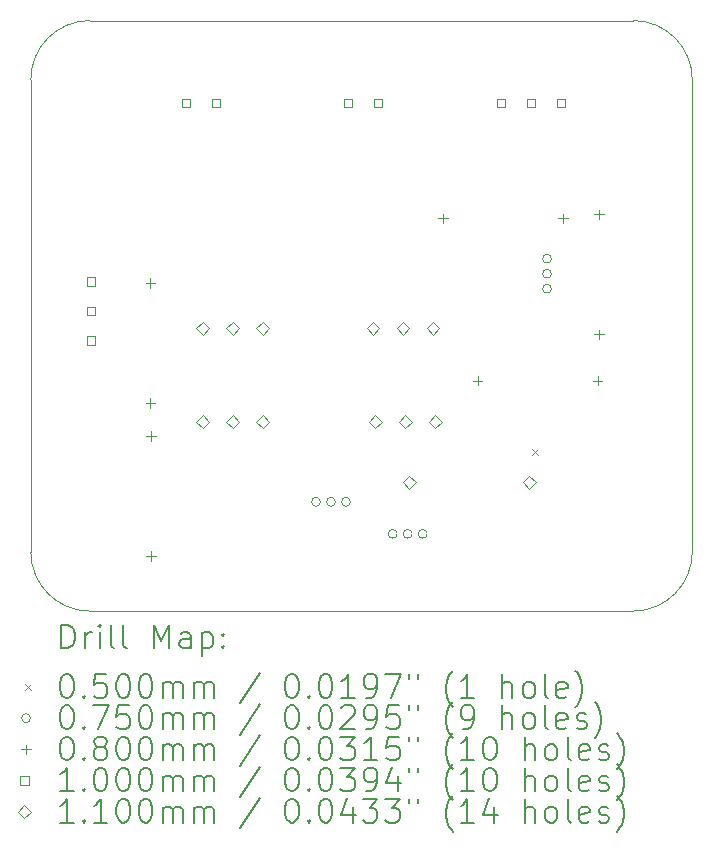
<source format=gbr>
%TF.GenerationSoftware,KiCad,Pcbnew,8.0.7*%
%TF.CreationDate,2025-03-05T10:45:31+02:00*%
%TF.ProjectId,H bridge,48206272-6964-4676-952e-6b696361645f,rev?*%
%TF.SameCoordinates,Original*%
%TF.FileFunction,Drillmap*%
%TF.FilePolarity,Positive*%
%FSLAX45Y45*%
G04 Gerber Fmt 4.5, Leading zero omitted, Abs format (unit mm)*
G04 Created by KiCad (PCBNEW 8.0.7) date 2025-03-05 10:45:31*
%MOMM*%
%LPD*%
G01*
G04 APERTURE LIST*
%ADD10C,0.050000*%
%ADD11C,0.200000*%
%ADD12C,0.100000*%
%ADD13C,0.110000*%
G04 APERTURE END LIST*
D10*
X15600000Y-8750000D02*
X15600000Y-4750000D01*
X15600000Y-8750000D02*
G75*
G02*
X15100000Y-9250000I-500000J0D01*
G01*
X15100000Y-4250000D02*
G75*
G02*
X15600000Y-4750000I0J-500000D01*
G01*
X15100000Y-4250000D02*
X10500000Y-4250000D01*
X10000000Y-4750000D02*
X10000000Y-8750000D01*
X10000000Y-4750000D02*
G75*
G02*
X10500000Y-4250000I500000J0D01*
G01*
X10500000Y-9250000D02*
G75*
G02*
X10000000Y-8750000I0J500000D01*
G01*
X10500000Y-9250000D02*
X15100000Y-9250000D01*
D11*
D12*
X14241000Y-7875000D02*
X14291000Y-7925000D01*
X14291000Y-7875000D02*
X14241000Y-7925000D01*
X12451500Y-8325000D02*
G75*
G02*
X12376500Y-8325000I-37500J0D01*
G01*
X12376500Y-8325000D02*
G75*
G02*
X12451500Y-8325000I37500J0D01*
G01*
X12578500Y-8325000D02*
G75*
G02*
X12503500Y-8325000I-37500J0D01*
G01*
X12503500Y-8325000D02*
G75*
G02*
X12578500Y-8325000I37500J0D01*
G01*
X12705500Y-8325000D02*
G75*
G02*
X12630500Y-8325000I-37500J0D01*
G01*
X12630500Y-8325000D02*
G75*
G02*
X12705500Y-8325000I37500J0D01*
G01*
X13101500Y-8596000D02*
G75*
G02*
X13026500Y-8596000I-37500J0D01*
G01*
X13026500Y-8596000D02*
G75*
G02*
X13101500Y-8596000I37500J0D01*
G01*
X13228500Y-8596000D02*
G75*
G02*
X13153500Y-8596000I-37500J0D01*
G01*
X13153500Y-8596000D02*
G75*
G02*
X13228500Y-8596000I37500J0D01*
G01*
X13355500Y-8596000D02*
G75*
G02*
X13280500Y-8596000I-37500J0D01*
G01*
X13280500Y-8596000D02*
G75*
G02*
X13355500Y-8596000I37500J0D01*
G01*
X14407500Y-6266000D02*
G75*
G02*
X14332500Y-6266000I-37500J0D01*
G01*
X14332500Y-6266000D02*
G75*
G02*
X14407500Y-6266000I37500J0D01*
G01*
X14407500Y-6393000D02*
G75*
G02*
X14332500Y-6393000I-37500J0D01*
G01*
X14332500Y-6393000D02*
G75*
G02*
X14407500Y-6393000I37500J0D01*
G01*
X14407500Y-6520000D02*
G75*
G02*
X14332500Y-6520000I-37500J0D01*
G01*
X14332500Y-6520000D02*
G75*
G02*
X14407500Y-6520000I37500J0D01*
G01*
X11011000Y-6432000D02*
X11011000Y-6512000D01*
X10971000Y-6472000D02*
X11051000Y-6472000D01*
X11011000Y-7448000D02*
X11011000Y-7528000D01*
X10971000Y-7488000D02*
X11051000Y-7488000D01*
X11016000Y-7727000D02*
X11016000Y-7807000D01*
X10976000Y-7767000D02*
X11056000Y-7767000D01*
X11016000Y-8743000D02*
X11016000Y-8823000D01*
X10976000Y-8783000D02*
X11056000Y-8783000D01*
X13491000Y-5885000D02*
X13491000Y-5965000D01*
X13451000Y-5925000D02*
X13531000Y-5925000D01*
X13783000Y-7260000D02*
X13783000Y-7340000D01*
X13743000Y-7300000D02*
X13823000Y-7300000D01*
X14507000Y-5885000D02*
X14507000Y-5965000D01*
X14467000Y-5925000D02*
X14547000Y-5925000D01*
X14799000Y-7260000D02*
X14799000Y-7340000D01*
X14759000Y-7300000D02*
X14839000Y-7300000D01*
X14811000Y-5852000D02*
X14811000Y-5932000D01*
X14771000Y-5892000D02*
X14851000Y-5892000D01*
X14811000Y-6868000D02*
X14811000Y-6948000D01*
X14771000Y-6908000D02*
X14851000Y-6908000D01*
X10546356Y-6495356D02*
X10546356Y-6424644D01*
X10475644Y-6424644D01*
X10475644Y-6495356D01*
X10546356Y-6495356D01*
X10546356Y-6745356D02*
X10546356Y-6674644D01*
X10475644Y-6674644D01*
X10475644Y-6745356D01*
X10546356Y-6745356D01*
X10546356Y-6995356D02*
X10546356Y-6924644D01*
X10475644Y-6924644D01*
X10475644Y-6995356D01*
X10546356Y-6995356D01*
X11349856Y-4985356D02*
X11349856Y-4914644D01*
X11279144Y-4914644D01*
X11279144Y-4985356D01*
X11349856Y-4985356D01*
X11603856Y-4985356D02*
X11603856Y-4914644D01*
X11533144Y-4914644D01*
X11533144Y-4985356D01*
X11603856Y-4985356D01*
X12722356Y-4985356D02*
X12722356Y-4914644D01*
X12651644Y-4914644D01*
X12651644Y-4985356D01*
X12722356Y-4985356D01*
X12976356Y-4985356D02*
X12976356Y-4914644D01*
X12905644Y-4914644D01*
X12905644Y-4985356D01*
X12976356Y-4985356D01*
X14018356Y-4985356D02*
X14018356Y-4914644D01*
X13947644Y-4914644D01*
X13947644Y-4985356D01*
X14018356Y-4985356D01*
X14272356Y-4985356D02*
X14272356Y-4914644D01*
X14201644Y-4914644D01*
X14201644Y-4985356D01*
X14272356Y-4985356D01*
X14526356Y-4985356D02*
X14526356Y-4914644D01*
X14455644Y-4914644D01*
X14455644Y-4985356D01*
X14526356Y-4985356D01*
D13*
X11457000Y-6909500D02*
X11512000Y-6854500D01*
X11457000Y-6799500D01*
X11402000Y-6854500D01*
X11457000Y-6909500D01*
X11457000Y-7700500D02*
X11512000Y-7645500D01*
X11457000Y-7590500D01*
X11402000Y-7645500D01*
X11457000Y-7700500D01*
X11711000Y-6909500D02*
X11766000Y-6854500D01*
X11711000Y-6799500D01*
X11656000Y-6854500D01*
X11711000Y-6909500D01*
X11711000Y-7700500D02*
X11766000Y-7645500D01*
X11711000Y-7590500D01*
X11656000Y-7645500D01*
X11711000Y-7700500D01*
X11965000Y-6909500D02*
X12020000Y-6854500D01*
X11965000Y-6799500D01*
X11910000Y-6854500D01*
X11965000Y-6909500D01*
X11965000Y-7700500D02*
X12020000Y-7645500D01*
X11965000Y-7590500D01*
X11910000Y-7645500D01*
X11965000Y-7700500D01*
X12897000Y-6909500D02*
X12952000Y-6854500D01*
X12897000Y-6799500D01*
X12842000Y-6854500D01*
X12897000Y-6909500D01*
X12917000Y-7700500D02*
X12972000Y-7645500D01*
X12917000Y-7590500D01*
X12862000Y-7645500D01*
X12917000Y-7700500D01*
X13151000Y-6909500D02*
X13206000Y-6854500D01*
X13151000Y-6799500D01*
X13096000Y-6854500D01*
X13151000Y-6909500D01*
X13171000Y-7700500D02*
X13226000Y-7645500D01*
X13171000Y-7590500D01*
X13116000Y-7645500D01*
X13171000Y-7700500D01*
X13203000Y-8215000D02*
X13258000Y-8160000D01*
X13203000Y-8105000D01*
X13148000Y-8160000D01*
X13203000Y-8215000D01*
X13405000Y-6909500D02*
X13460000Y-6854500D01*
X13405000Y-6799500D01*
X13350000Y-6854500D01*
X13405000Y-6909500D01*
X13425000Y-7700500D02*
X13480000Y-7645500D01*
X13425000Y-7590500D01*
X13370000Y-7645500D01*
X13425000Y-7700500D01*
X14219000Y-8215000D02*
X14274000Y-8160000D01*
X14219000Y-8105000D01*
X14164000Y-8160000D01*
X14219000Y-8215000D01*
D11*
X10258277Y-9563984D02*
X10258277Y-9363984D01*
X10258277Y-9363984D02*
X10305896Y-9363984D01*
X10305896Y-9363984D02*
X10334467Y-9373508D01*
X10334467Y-9373508D02*
X10353515Y-9392555D01*
X10353515Y-9392555D02*
X10363039Y-9411603D01*
X10363039Y-9411603D02*
X10372563Y-9449698D01*
X10372563Y-9449698D02*
X10372563Y-9478270D01*
X10372563Y-9478270D02*
X10363039Y-9516365D01*
X10363039Y-9516365D02*
X10353515Y-9535412D01*
X10353515Y-9535412D02*
X10334467Y-9554460D01*
X10334467Y-9554460D02*
X10305896Y-9563984D01*
X10305896Y-9563984D02*
X10258277Y-9563984D01*
X10458277Y-9563984D02*
X10458277Y-9430650D01*
X10458277Y-9468746D02*
X10467801Y-9449698D01*
X10467801Y-9449698D02*
X10477324Y-9440174D01*
X10477324Y-9440174D02*
X10496372Y-9430650D01*
X10496372Y-9430650D02*
X10515420Y-9430650D01*
X10582086Y-9563984D02*
X10582086Y-9430650D01*
X10582086Y-9363984D02*
X10572563Y-9373508D01*
X10572563Y-9373508D02*
X10582086Y-9383031D01*
X10582086Y-9383031D02*
X10591610Y-9373508D01*
X10591610Y-9373508D02*
X10582086Y-9363984D01*
X10582086Y-9363984D02*
X10582086Y-9383031D01*
X10705896Y-9563984D02*
X10686848Y-9554460D01*
X10686848Y-9554460D02*
X10677324Y-9535412D01*
X10677324Y-9535412D02*
X10677324Y-9363984D01*
X10810658Y-9563984D02*
X10791610Y-9554460D01*
X10791610Y-9554460D02*
X10782086Y-9535412D01*
X10782086Y-9535412D02*
X10782086Y-9363984D01*
X11039229Y-9563984D02*
X11039229Y-9363984D01*
X11039229Y-9363984D02*
X11105896Y-9506841D01*
X11105896Y-9506841D02*
X11172563Y-9363984D01*
X11172563Y-9363984D02*
X11172563Y-9563984D01*
X11353515Y-9563984D02*
X11353515Y-9459222D01*
X11353515Y-9459222D02*
X11343991Y-9440174D01*
X11343991Y-9440174D02*
X11324943Y-9430650D01*
X11324943Y-9430650D02*
X11286848Y-9430650D01*
X11286848Y-9430650D02*
X11267801Y-9440174D01*
X11353515Y-9554460D02*
X11334467Y-9563984D01*
X11334467Y-9563984D02*
X11286848Y-9563984D01*
X11286848Y-9563984D02*
X11267801Y-9554460D01*
X11267801Y-9554460D02*
X11258277Y-9535412D01*
X11258277Y-9535412D02*
X11258277Y-9516365D01*
X11258277Y-9516365D02*
X11267801Y-9497317D01*
X11267801Y-9497317D02*
X11286848Y-9487793D01*
X11286848Y-9487793D02*
X11334467Y-9487793D01*
X11334467Y-9487793D02*
X11353515Y-9478270D01*
X11448753Y-9430650D02*
X11448753Y-9630650D01*
X11448753Y-9440174D02*
X11467801Y-9430650D01*
X11467801Y-9430650D02*
X11505896Y-9430650D01*
X11505896Y-9430650D02*
X11524943Y-9440174D01*
X11524943Y-9440174D02*
X11534467Y-9449698D01*
X11534467Y-9449698D02*
X11543991Y-9468746D01*
X11543991Y-9468746D02*
X11543991Y-9525889D01*
X11543991Y-9525889D02*
X11534467Y-9544936D01*
X11534467Y-9544936D02*
X11524943Y-9554460D01*
X11524943Y-9554460D02*
X11505896Y-9563984D01*
X11505896Y-9563984D02*
X11467801Y-9563984D01*
X11467801Y-9563984D02*
X11448753Y-9554460D01*
X11629705Y-9544936D02*
X11639229Y-9554460D01*
X11639229Y-9554460D02*
X11629705Y-9563984D01*
X11629705Y-9563984D02*
X11620182Y-9554460D01*
X11620182Y-9554460D02*
X11629705Y-9544936D01*
X11629705Y-9544936D02*
X11629705Y-9563984D01*
X11629705Y-9440174D02*
X11639229Y-9449698D01*
X11639229Y-9449698D02*
X11629705Y-9459222D01*
X11629705Y-9459222D02*
X11620182Y-9449698D01*
X11620182Y-9449698D02*
X11629705Y-9440174D01*
X11629705Y-9440174D02*
X11629705Y-9459222D01*
D12*
X9947500Y-9867500D02*
X9997500Y-9917500D01*
X9997500Y-9867500D02*
X9947500Y-9917500D01*
D11*
X10296372Y-9783984D02*
X10315420Y-9783984D01*
X10315420Y-9783984D02*
X10334467Y-9793508D01*
X10334467Y-9793508D02*
X10343991Y-9803031D01*
X10343991Y-9803031D02*
X10353515Y-9822079D01*
X10353515Y-9822079D02*
X10363039Y-9860174D01*
X10363039Y-9860174D02*
X10363039Y-9907793D01*
X10363039Y-9907793D02*
X10353515Y-9945889D01*
X10353515Y-9945889D02*
X10343991Y-9964936D01*
X10343991Y-9964936D02*
X10334467Y-9974460D01*
X10334467Y-9974460D02*
X10315420Y-9983984D01*
X10315420Y-9983984D02*
X10296372Y-9983984D01*
X10296372Y-9983984D02*
X10277324Y-9974460D01*
X10277324Y-9974460D02*
X10267801Y-9964936D01*
X10267801Y-9964936D02*
X10258277Y-9945889D01*
X10258277Y-9945889D02*
X10248753Y-9907793D01*
X10248753Y-9907793D02*
X10248753Y-9860174D01*
X10248753Y-9860174D02*
X10258277Y-9822079D01*
X10258277Y-9822079D02*
X10267801Y-9803031D01*
X10267801Y-9803031D02*
X10277324Y-9793508D01*
X10277324Y-9793508D02*
X10296372Y-9783984D01*
X10448753Y-9964936D02*
X10458277Y-9974460D01*
X10458277Y-9974460D02*
X10448753Y-9983984D01*
X10448753Y-9983984D02*
X10439229Y-9974460D01*
X10439229Y-9974460D02*
X10448753Y-9964936D01*
X10448753Y-9964936D02*
X10448753Y-9983984D01*
X10639229Y-9783984D02*
X10543991Y-9783984D01*
X10543991Y-9783984D02*
X10534467Y-9879222D01*
X10534467Y-9879222D02*
X10543991Y-9869698D01*
X10543991Y-9869698D02*
X10563039Y-9860174D01*
X10563039Y-9860174D02*
X10610658Y-9860174D01*
X10610658Y-9860174D02*
X10629705Y-9869698D01*
X10629705Y-9869698D02*
X10639229Y-9879222D01*
X10639229Y-9879222D02*
X10648753Y-9898270D01*
X10648753Y-9898270D02*
X10648753Y-9945889D01*
X10648753Y-9945889D02*
X10639229Y-9964936D01*
X10639229Y-9964936D02*
X10629705Y-9974460D01*
X10629705Y-9974460D02*
X10610658Y-9983984D01*
X10610658Y-9983984D02*
X10563039Y-9983984D01*
X10563039Y-9983984D02*
X10543991Y-9974460D01*
X10543991Y-9974460D02*
X10534467Y-9964936D01*
X10772563Y-9783984D02*
X10791610Y-9783984D01*
X10791610Y-9783984D02*
X10810658Y-9793508D01*
X10810658Y-9793508D02*
X10820182Y-9803031D01*
X10820182Y-9803031D02*
X10829705Y-9822079D01*
X10829705Y-9822079D02*
X10839229Y-9860174D01*
X10839229Y-9860174D02*
X10839229Y-9907793D01*
X10839229Y-9907793D02*
X10829705Y-9945889D01*
X10829705Y-9945889D02*
X10820182Y-9964936D01*
X10820182Y-9964936D02*
X10810658Y-9974460D01*
X10810658Y-9974460D02*
X10791610Y-9983984D01*
X10791610Y-9983984D02*
X10772563Y-9983984D01*
X10772563Y-9983984D02*
X10753515Y-9974460D01*
X10753515Y-9974460D02*
X10743991Y-9964936D01*
X10743991Y-9964936D02*
X10734467Y-9945889D01*
X10734467Y-9945889D02*
X10724944Y-9907793D01*
X10724944Y-9907793D02*
X10724944Y-9860174D01*
X10724944Y-9860174D02*
X10734467Y-9822079D01*
X10734467Y-9822079D02*
X10743991Y-9803031D01*
X10743991Y-9803031D02*
X10753515Y-9793508D01*
X10753515Y-9793508D02*
X10772563Y-9783984D01*
X10963039Y-9783984D02*
X10982086Y-9783984D01*
X10982086Y-9783984D02*
X11001134Y-9793508D01*
X11001134Y-9793508D02*
X11010658Y-9803031D01*
X11010658Y-9803031D02*
X11020182Y-9822079D01*
X11020182Y-9822079D02*
X11029705Y-9860174D01*
X11029705Y-9860174D02*
X11029705Y-9907793D01*
X11029705Y-9907793D02*
X11020182Y-9945889D01*
X11020182Y-9945889D02*
X11010658Y-9964936D01*
X11010658Y-9964936D02*
X11001134Y-9974460D01*
X11001134Y-9974460D02*
X10982086Y-9983984D01*
X10982086Y-9983984D02*
X10963039Y-9983984D01*
X10963039Y-9983984D02*
X10943991Y-9974460D01*
X10943991Y-9974460D02*
X10934467Y-9964936D01*
X10934467Y-9964936D02*
X10924944Y-9945889D01*
X10924944Y-9945889D02*
X10915420Y-9907793D01*
X10915420Y-9907793D02*
X10915420Y-9860174D01*
X10915420Y-9860174D02*
X10924944Y-9822079D01*
X10924944Y-9822079D02*
X10934467Y-9803031D01*
X10934467Y-9803031D02*
X10943991Y-9793508D01*
X10943991Y-9793508D02*
X10963039Y-9783984D01*
X11115420Y-9983984D02*
X11115420Y-9850650D01*
X11115420Y-9869698D02*
X11124944Y-9860174D01*
X11124944Y-9860174D02*
X11143991Y-9850650D01*
X11143991Y-9850650D02*
X11172563Y-9850650D01*
X11172563Y-9850650D02*
X11191610Y-9860174D01*
X11191610Y-9860174D02*
X11201134Y-9879222D01*
X11201134Y-9879222D02*
X11201134Y-9983984D01*
X11201134Y-9879222D02*
X11210658Y-9860174D01*
X11210658Y-9860174D02*
X11229705Y-9850650D01*
X11229705Y-9850650D02*
X11258277Y-9850650D01*
X11258277Y-9850650D02*
X11277324Y-9860174D01*
X11277324Y-9860174D02*
X11286848Y-9879222D01*
X11286848Y-9879222D02*
X11286848Y-9983984D01*
X11382086Y-9983984D02*
X11382086Y-9850650D01*
X11382086Y-9869698D02*
X11391610Y-9860174D01*
X11391610Y-9860174D02*
X11410658Y-9850650D01*
X11410658Y-9850650D02*
X11439229Y-9850650D01*
X11439229Y-9850650D02*
X11458277Y-9860174D01*
X11458277Y-9860174D02*
X11467801Y-9879222D01*
X11467801Y-9879222D02*
X11467801Y-9983984D01*
X11467801Y-9879222D02*
X11477324Y-9860174D01*
X11477324Y-9860174D02*
X11496372Y-9850650D01*
X11496372Y-9850650D02*
X11524943Y-9850650D01*
X11524943Y-9850650D02*
X11543991Y-9860174D01*
X11543991Y-9860174D02*
X11553515Y-9879222D01*
X11553515Y-9879222D02*
X11553515Y-9983984D01*
X11943991Y-9774460D02*
X11772563Y-10031603D01*
X12201134Y-9783984D02*
X12220182Y-9783984D01*
X12220182Y-9783984D02*
X12239229Y-9793508D01*
X12239229Y-9793508D02*
X12248753Y-9803031D01*
X12248753Y-9803031D02*
X12258277Y-9822079D01*
X12258277Y-9822079D02*
X12267801Y-9860174D01*
X12267801Y-9860174D02*
X12267801Y-9907793D01*
X12267801Y-9907793D02*
X12258277Y-9945889D01*
X12258277Y-9945889D02*
X12248753Y-9964936D01*
X12248753Y-9964936D02*
X12239229Y-9974460D01*
X12239229Y-9974460D02*
X12220182Y-9983984D01*
X12220182Y-9983984D02*
X12201134Y-9983984D01*
X12201134Y-9983984D02*
X12182086Y-9974460D01*
X12182086Y-9974460D02*
X12172563Y-9964936D01*
X12172563Y-9964936D02*
X12163039Y-9945889D01*
X12163039Y-9945889D02*
X12153515Y-9907793D01*
X12153515Y-9907793D02*
X12153515Y-9860174D01*
X12153515Y-9860174D02*
X12163039Y-9822079D01*
X12163039Y-9822079D02*
X12172563Y-9803031D01*
X12172563Y-9803031D02*
X12182086Y-9793508D01*
X12182086Y-9793508D02*
X12201134Y-9783984D01*
X12353515Y-9964936D02*
X12363039Y-9974460D01*
X12363039Y-9974460D02*
X12353515Y-9983984D01*
X12353515Y-9983984D02*
X12343991Y-9974460D01*
X12343991Y-9974460D02*
X12353515Y-9964936D01*
X12353515Y-9964936D02*
X12353515Y-9983984D01*
X12486848Y-9783984D02*
X12505896Y-9783984D01*
X12505896Y-9783984D02*
X12524944Y-9793508D01*
X12524944Y-9793508D02*
X12534467Y-9803031D01*
X12534467Y-9803031D02*
X12543991Y-9822079D01*
X12543991Y-9822079D02*
X12553515Y-9860174D01*
X12553515Y-9860174D02*
X12553515Y-9907793D01*
X12553515Y-9907793D02*
X12543991Y-9945889D01*
X12543991Y-9945889D02*
X12534467Y-9964936D01*
X12534467Y-9964936D02*
X12524944Y-9974460D01*
X12524944Y-9974460D02*
X12505896Y-9983984D01*
X12505896Y-9983984D02*
X12486848Y-9983984D01*
X12486848Y-9983984D02*
X12467801Y-9974460D01*
X12467801Y-9974460D02*
X12458277Y-9964936D01*
X12458277Y-9964936D02*
X12448753Y-9945889D01*
X12448753Y-9945889D02*
X12439229Y-9907793D01*
X12439229Y-9907793D02*
X12439229Y-9860174D01*
X12439229Y-9860174D02*
X12448753Y-9822079D01*
X12448753Y-9822079D02*
X12458277Y-9803031D01*
X12458277Y-9803031D02*
X12467801Y-9793508D01*
X12467801Y-9793508D02*
X12486848Y-9783984D01*
X12743991Y-9983984D02*
X12629706Y-9983984D01*
X12686848Y-9983984D02*
X12686848Y-9783984D01*
X12686848Y-9783984D02*
X12667801Y-9812555D01*
X12667801Y-9812555D02*
X12648753Y-9831603D01*
X12648753Y-9831603D02*
X12629706Y-9841127D01*
X12839229Y-9983984D02*
X12877325Y-9983984D01*
X12877325Y-9983984D02*
X12896372Y-9974460D01*
X12896372Y-9974460D02*
X12905896Y-9964936D01*
X12905896Y-9964936D02*
X12924944Y-9936365D01*
X12924944Y-9936365D02*
X12934467Y-9898270D01*
X12934467Y-9898270D02*
X12934467Y-9822079D01*
X12934467Y-9822079D02*
X12924944Y-9803031D01*
X12924944Y-9803031D02*
X12915420Y-9793508D01*
X12915420Y-9793508D02*
X12896372Y-9783984D01*
X12896372Y-9783984D02*
X12858277Y-9783984D01*
X12858277Y-9783984D02*
X12839229Y-9793508D01*
X12839229Y-9793508D02*
X12829706Y-9803031D01*
X12829706Y-9803031D02*
X12820182Y-9822079D01*
X12820182Y-9822079D02*
X12820182Y-9869698D01*
X12820182Y-9869698D02*
X12829706Y-9888746D01*
X12829706Y-9888746D02*
X12839229Y-9898270D01*
X12839229Y-9898270D02*
X12858277Y-9907793D01*
X12858277Y-9907793D02*
X12896372Y-9907793D01*
X12896372Y-9907793D02*
X12915420Y-9898270D01*
X12915420Y-9898270D02*
X12924944Y-9888746D01*
X12924944Y-9888746D02*
X12934467Y-9869698D01*
X13001134Y-9783984D02*
X13134467Y-9783984D01*
X13134467Y-9783984D02*
X13048753Y-9983984D01*
X13201134Y-9783984D02*
X13201134Y-9822079D01*
X13277325Y-9783984D02*
X13277325Y-9822079D01*
X13572563Y-10060174D02*
X13563039Y-10050650D01*
X13563039Y-10050650D02*
X13543991Y-10022079D01*
X13543991Y-10022079D02*
X13534468Y-10003031D01*
X13534468Y-10003031D02*
X13524944Y-9974460D01*
X13524944Y-9974460D02*
X13515420Y-9926841D01*
X13515420Y-9926841D02*
X13515420Y-9888746D01*
X13515420Y-9888746D02*
X13524944Y-9841127D01*
X13524944Y-9841127D02*
X13534468Y-9812555D01*
X13534468Y-9812555D02*
X13543991Y-9793508D01*
X13543991Y-9793508D02*
X13563039Y-9764936D01*
X13563039Y-9764936D02*
X13572563Y-9755412D01*
X13753515Y-9983984D02*
X13639229Y-9983984D01*
X13696372Y-9983984D02*
X13696372Y-9783984D01*
X13696372Y-9783984D02*
X13677325Y-9812555D01*
X13677325Y-9812555D02*
X13658277Y-9831603D01*
X13658277Y-9831603D02*
X13639229Y-9841127D01*
X13991610Y-9983984D02*
X13991610Y-9783984D01*
X14077325Y-9983984D02*
X14077325Y-9879222D01*
X14077325Y-9879222D02*
X14067801Y-9860174D01*
X14067801Y-9860174D02*
X14048753Y-9850650D01*
X14048753Y-9850650D02*
X14020182Y-9850650D01*
X14020182Y-9850650D02*
X14001134Y-9860174D01*
X14001134Y-9860174D02*
X13991610Y-9869698D01*
X14201134Y-9983984D02*
X14182087Y-9974460D01*
X14182087Y-9974460D02*
X14172563Y-9964936D01*
X14172563Y-9964936D02*
X14163039Y-9945889D01*
X14163039Y-9945889D02*
X14163039Y-9888746D01*
X14163039Y-9888746D02*
X14172563Y-9869698D01*
X14172563Y-9869698D02*
X14182087Y-9860174D01*
X14182087Y-9860174D02*
X14201134Y-9850650D01*
X14201134Y-9850650D02*
X14229706Y-9850650D01*
X14229706Y-9850650D02*
X14248753Y-9860174D01*
X14248753Y-9860174D02*
X14258277Y-9869698D01*
X14258277Y-9869698D02*
X14267801Y-9888746D01*
X14267801Y-9888746D02*
X14267801Y-9945889D01*
X14267801Y-9945889D02*
X14258277Y-9964936D01*
X14258277Y-9964936D02*
X14248753Y-9974460D01*
X14248753Y-9974460D02*
X14229706Y-9983984D01*
X14229706Y-9983984D02*
X14201134Y-9983984D01*
X14382087Y-9983984D02*
X14363039Y-9974460D01*
X14363039Y-9974460D02*
X14353515Y-9955412D01*
X14353515Y-9955412D02*
X14353515Y-9783984D01*
X14534468Y-9974460D02*
X14515420Y-9983984D01*
X14515420Y-9983984D02*
X14477325Y-9983984D01*
X14477325Y-9983984D02*
X14458277Y-9974460D01*
X14458277Y-9974460D02*
X14448753Y-9955412D01*
X14448753Y-9955412D02*
X14448753Y-9879222D01*
X14448753Y-9879222D02*
X14458277Y-9860174D01*
X14458277Y-9860174D02*
X14477325Y-9850650D01*
X14477325Y-9850650D02*
X14515420Y-9850650D01*
X14515420Y-9850650D02*
X14534468Y-9860174D01*
X14534468Y-9860174D02*
X14543991Y-9879222D01*
X14543991Y-9879222D02*
X14543991Y-9898270D01*
X14543991Y-9898270D02*
X14448753Y-9917317D01*
X14610658Y-10060174D02*
X14620182Y-10050650D01*
X14620182Y-10050650D02*
X14639230Y-10022079D01*
X14639230Y-10022079D02*
X14648753Y-10003031D01*
X14648753Y-10003031D02*
X14658277Y-9974460D01*
X14658277Y-9974460D02*
X14667801Y-9926841D01*
X14667801Y-9926841D02*
X14667801Y-9888746D01*
X14667801Y-9888746D02*
X14658277Y-9841127D01*
X14658277Y-9841127D02*
X14648753Y-9812555D01*
X14648753Y-9812555D02*
X14639230Y-9793508D01*
X14639230Y-9793508D02*
X14620182Y-9764936D01*
X14620182Y-9764936D02*
X14610658Y-9755412D01*
D12*
X9997500Y-10156500D02*
G75*
G02*
X9922500Y-10156500I-37500J0D01*
G01*
X9922500Y-10156500D02*
G75*
G02*
X9997500Y-10156500I37500J0D01*
G01*
D11*
X10296372Y-10047984D02*
X10315420Y-10047984D01*
X10315420Y-10047984D02*
X10334467Y-10057508D01*
X10334467Y-10057508D02*
X10343991Y-10067031D01*
X10343991Y-10067031D02*
X10353515Y-10086079D01*
X10353515Y-10086079D02*
X10363039Y-10124174D01*
X10363039Y-10124174D02*
X10363039Y-10171793D01*
X10363039Y-10171793D02*
X10353515Y-10209889D01*
X10353515Y-10209889D02*
X10343991Y-10228936D01*
X10343991Y-10228936D02*
X10334467Y-10238460D01*
X10334467Y-10238460D02*
X10315420Y-10247984D01*
X10315420Y-10247984D02*
X10296372Y-10247984D01*
X10296372Y-10247984D02*
X10277324Y-10238460D01*
X10277324Y-10238460D02*
X10267801Y-10228936D01*
X10267801Y-10228936D02*
X10258277Y-10209889D01*
X10258277Y-10209889D02*
X10248753Y-10171793D01*
X10248753Y-10171793D02*
X10248753Y-10124174D01*
X10248753Y-10124174D02*
X10258277Y-10086079D01*
X10258277Y-10086079D02*
X10267801Y-10067031D01*
X10267801Y-10067031D02*
X10277324Y-10057508D01*
X10277324Y-10057508D02*
X10296372Y-10047984D01*
X10448753Y-10228936D02*
X10458277Y-10238460D01*
X10458277Y-10238460D02*
X10448753Y-10247984D01*
X10448753Y-10247984D02*
X10439229Y-10238460D01*
X10439229Y-10238460D02*
X10448753Y-10228936D01*
X10448753Y-10228936D02*
X10448753Y-10247984D01*
X10524944Y-10047984D02*
X10658277Y-10047984D01*
X10658277Y-10047984D02*
X10572563Y-10247984D01*
X10829705Y-10047984D02*
X10734467Y-10047984D01*
X10734467Y-10047984D02*
X10724944Y-10143222D01*
X10724944Y-10143222D02*
X10734467Y-10133698D01*
X10734467Y-10133698D02*
X10753515Y-10124174D01*
X10753515Y-10124174D02*
X10801134Y-10124174D01*
X10801134Y-10124174D02*
X10820182Y-10133698D01*
X10820182Y-10133698D02*
X10829705Y-10143222D01*
X10829705Y-10143222D02*
X10839229Y-10162270D01*
X10839229Y-10162270D02*
X10839229Y-10209889D01*
X10839229Y-10209889D02*
X10829705Y-10228936D01*
X10829705Y-10228936D02*
X10820182Y-10238460D01*
X10820182Y-10238460D02*
X10801134Y-10247984D01*
X10801134Y-10247984D02*
X10753515Y-10247984D01*
X10753515Y-10247984D02*
X10734467Y-10238460D01*
X10734467Y-10238460D02*
X10724944Y-10228936D01*
X10963039Y-10047984D02*
X10982086Y-10047984D01*
X10982086Y-10047984D02*
X11001134Y-10057508D01*
X11001134Y-10057508D02*
X11010658Y-10067031D01*
X11010658Y-10067031D02*
X11020182Y-10086079D01*
X11020182Y-10086079D02*
X11029705Y-10124174D01*
X11029705Y-10124174D02*
X11029705Y-10171793D01*
X11029705Y-10171793D02*
X11020182Y-10209889D01*
X11020182Y-10209889D02*
X11010658Y-10228936D01*
X11010658Y-10228936D02*
X11001134Y-10238460D01*
X11001134Y-10238460D02*
X10982086Y-10247984D01*
X10982086Y-10247984D02*
X10963039Y-10247984D01*
X10963039Y-10247984D02*
X10943991Y-10238460D01*
X10943991Y-10238460D02*
X10934467Y-10228936D01*
X10934467Y-10228936D02*
X10924944Y-10209889D01*
X10924944Y-10209889D02*
X10915420Y-10171793D01*
X10915420Y-10171793D02*
X10915420Y-10124174D01*
X10915420Y-10124174D02*
X10924944Y-10086079D01*
X10924944Y-10086079D02*
X10934467Y-10067031D01*
X10934467Y-10067031D02*
X10943991Y-10057508D01*
X10943991Y-10057508D02*
X10963039Y-10047984D01*
X11115420Y-10247984D02*
X11115420Y-10114650D01*
X11115420Y-10133698D02*
X11124944Y-10124174D01*
X11124944Y-10124174D02*
X11143991Y-10114650D01*
X11143991Y-10114650D02*
X11172563Y-10114650D01*
X11172563Y-10114650D02*
X11191610Y-10124174D01*
X11191610Y-10124174D02*
X11201134Y-10143222D01*
X11201134Y-10143222D02*
X11201134Y-10247984D01*
X11201134Y-10143222D02*
X11210658Y-10124174D01*
X11210658Y-10124174D02*
X11229705Y-10114650D01*
X11229705Y-10114650D02*
X11258277Y-10114650D01*
X11258277Y-10114650D02*
X11277324Y-10124174D01*
X11277324Y-10124174D02*
X11286848Y-10143222D01*
X11286848Y-10143222D02*
X11286848Y-10247984D01*
X11382086Y-10247984D02*
X11382086Y-10114650D01*
X11382086Y-10133698D02*
X11391610Y-10124174D01*
X11391610Y-10124174D02*
X11410658Y-10114650D01*
X11410658Y-10114650D02*
X11439229Y-10114650D01*
X11439229Y-10114650D02*
X11458277Y-10124174D01*
X11458277Y-10124174D02*
X11467801Y-10143222D01*
X11467801Y-10143222D02*
X11467801Y-10247984D01*
X11467801Y-10143222D02*
X11477324Y-10124174D01*
X11477324Y-10124174D02*
X11496372Y-10114650D01*
X11496372Y-10114650D02*
X11524943Y-10114650D01*
X11524943Y-10114650D02*
X11543991Y-10124174D01*
X11543991Y-10124174D02*
X11553515Y-10143222D01*
X11553515Y-10143222D02*
X11553515Y-10247984D01*
X11943991Y-10038460D02*
X11772563Y-10295603D01*
X12201134Y-10047984D02*
X12220182Y-10047984D01*
X12220182Y-10047984D02*
X12239229Y-10057508D01*
X12239229Y-10057508D02*
X12248753Y-10067031D01*
X12248753Y-10067031D02*
X12258277Y-10086079D01*
X12258277Y-10086079D02*
X12267801Y-10124174D01*
X12267801Y-10124174D02*
X12267801Y-10171793D01*
X12267801Y-10171793D02*
X12258277Y-10209889D01*
X12258277Y-10209889D02*
X12248753Y-10228936D01*
X12248753Y-10228936D02*
X12239229Y-10238460D01*
X12239229Y-10238460D02*
X12220182Y-10247984D01*
X12220182Y-10247984D02*
X12201134Y-10247984D01*
X12201134Y-10247984D02*
X12182086Y-10238460D01*
X12182086Y-10238460D02*
X12172563Y-10228936D01*
X12172563Y-10228936D02*
X12163039Y-10209889D01*
X12163039Y-10209889D02*
X12153515Y-10171793D01*
X12153515Y-10171793D02*
X12153515Y-10124174D01*
X12153515Y-10124174D02*
X12163039Y-10086079D01*
X12163039Y-10086079D02*
X12172563Y-10067031D01*
X12172563Y-10067031D02*
X12182086Y-10057508D01*
X12182086Y-10057508D02*
X12201134Y-10047984D01*
X12353515Y-10228936D02*
X12363039Y-10238460D01*
X12363039Y-10238460D02*
X12353515Y-10247984D01*
X12353515Y-10247984D02*
X12343991Y-10238460D01*
X12343991Y-10238460D02*
X12353515Y-10228936D01*
X12353515Y-10228936D02*
X12353515Y-10247984D01*
X12486848Y-10047984D02*
X12505896Y-10047984D01*
X12505896Y-10047984D02*
X12524944Y-10057508D01*
X12524944Y-10057508D02*
X12534467Y-10067031D01*
X12534467Y-10067031D02*
X12543991Y-10086079D01*
X12543991Y-10086079D02*
X12553515Y-10124174D01*
X12553515Y-10124174D02*
X12553515Y-10171793D01*
X12553515Y-10171793D02*
X12543991Y-10209889D01*
X12543991Y-10209889D02*
X12534467Y-10228936D01*
X12534467Y-10228936D02*
X12524944Y-10238460D01*
X12524944Y-10238460D02*
X12505896Y-10247984D01*
X12505896Y-10247984D02*
X12486848Y-10247984D01*
X12486848Y-10247984D02*
X12467801Y-10238460D01*
X12467801Y-10238460D02*
X12458277Y-10228936D01*
X12458277Y-10228936D02*
X12448753Y-10209889D01*
X12448753Y-10209889D02*
X12439229Y-10171793D01*
X12439229Y-10171793D02*
X12439229Y-10124174D01*
X12439229Y-10124174D02*
X12448753Y-10086079D01*
X12448753Y-10086079D02*
X12458277Y-10067031D01*
X12458277Y-10067031D02*
X12467801Y-10057508D01*
X12467801Y-10057508D02*
X12486848Y-10047984D01*
X12629706Y-10067031D02*
X12639229Y-10057508D01*
X12639229Y-10057508D02*
X12658277Y-10047984D01*
X12658277Y-10047984D02*
X12705896Y-10047984D01*
X12705896Y-10047984D02*
X12724944Y-10057508D01*
X12724944Y-10057508D02*
X12734467Y-10067031D01*
X12734467Y-10067031D02*
X12743991Y-10086079D01*
X12743991Y-10086079D02*
X12743991Y-10105127D01*
X12743991Y-10105127D02*
X12734467Y-10133698D01*
X12734467Y-10133698D02*
X12620182Y-10247984D01*
X12620182Y-10247984D02*
X12743991Y-10247984D01*
X12839229Y-10247984D02*
X12877325Y-10247984D01*
X12877325Y-10247984D02*
X12896372Y-10238460D01*
X12896372Y-10238460D02*
X12905896Y-10228936D01*
X12905896Y-10228936D02*
X12924944Y-10200365D01*
X12924944Y-10200365D02*
X12934467Y-10162270D01*
X12934467Y-10162270D02*
X12934467Y-10086079D01*
X12934467Y-10086079D02*
X12924944Y-10067031D01*
X12924944Y-10067031D02*
X12915420Y-10057508D01*
X12915420Y-10057508D02*
X12896372Y-10047984D01*
X12896372Y-10047984D02*
X12858277Y-10047984D01*
X12858277Y-10047984D02*
X12839229Y-10057508D01*
X12839229Y-10057508D02*
X12829706Y-10067031D01*
X12829706Y-10067031D02*
X12820182Y-10086079D01*
X12820182Y-10086079D02*
X12820182Y-10133698D01*
X12820182Y-10133698D02*
X12829706Y-10152746D01*
X12829706Y-10152746D02*
X12839229Y-10162270D01*
X12839229Y-10162270D02*
X12858277Y-10171793D01*
X12858277Y-10171793D02*
X12896372Y-10171793D01*
X12896372Y-10171793D02*
X12915420Y-10162270D01*
X12915420Y-10162270D02*
X12924944Y-10152746D01*
X12924944Y-10152746D02*
X12934467Y-10133698D01*
X13115420Y-10047984D02*
X13020182Y-10047984D01*
X13020182Y-10047984D02*
X13010658Y-10143222D01*
X13010658Y-10143222D02*
X13020182Y-10133698D01*
X13020182Y-10133698D02*
X13039229Y-10124174D01*
X13039229Y-10124174D02*
X13086848Y-10124174D01*
X13086848Y-10124174D02*
X13105896Y-10133698D01*
X13105896Y-10133698D02*
X13115420Y-10143222D01*
X13115420Y-10143222D02*
X13124944Y-10162270D01*
X13124944Y-10162270D02*
X13124944Y-10209889D01*
X13124944Y-10209889D02*
X13115420Y-10228936D01*
X13115420Y-10228936D02*
X13105896Y-10238460D01*
X13105896Y-10238460D02*
X13086848Y-10247984D01*
X13086848Y-10247984D02*
X13039229Y-10247984D01*
X13039229Y-10247984D02*
X13020182Y-10238460D01*
X13020182Y-10238460D02*
X13010658Y-10228936D01*
X13201134Y-10047984D02*
X13201134Y-10086079D01*
X13277325Y-10047984D02*
X13277325Y-10086079D01*
X13572563Y-10324174D02*
X13563039Y-10314650D01*
X13563039Y-10314650D02*
X13543991Y-10286079D01*
X13543991Y-10286079D02*
X13534468Y-10267031D01*
X13534468Y-10267031D02*
X13524944Y-10238460D01*
X13524944Y-10238460D02*
X13515420Y-10190841D01*
X13515420Y-10190841D02*
X13515420Y-10152746D01*
X13515420Y-10152746D02*
X13524944Y-10105127D01*
X13524944Y-10105127D02*
X13534468Y-10076555D01*
X13534468Y-10076555D02*
X13543991Y-10057508D01*
X13543991Y-10057508D02*
X13563039Y-10028936D01*
X13563039Y-10028936D02*
X13572563Y-10019412D01*
X13658277Y-10247984D02*
X13696372Y-10247984D01*
X13696372Y-10247984D02*
X13715420Y-10238460D01*
X13715420Y-10238460D02*
X13724944Y-10228936D01*
X13724944Y-10228936D02*
X13743991Y-10200365D01*
X13743991Y-10200365D02*
X13753515Y-10162270D01*
X13753515Y-10162270D02*
X13753515Y-10086079D01*
X13753515Y-10086079D02*
X13743991Y-10067031D01*
X13743991Y-10067031D02*
X13734468Y-10057508D01*
X13734468Y-10057508D02*
X13715420Y-10047984D01*
X13715420Y-10047984D02*
X13677325Y-10047984D01*
X13677325Y-10047984D02*
X13658277Y-10057508D01*
X13658277Y-10057508D02*
X13648753Y-10067031D01*
X13648753Y-10067031D02*
X13639229Y-10086079D01*
X13639229Y-10086079D02*
X13639229Y-10133698D01*
X13639229Y-10133698D02*
X13648753Y-10152746D01*
X13648753Y-10152746D02*
X13658277Y-10162270D01*
X13658277Y-10162270D02*
X13677325Y-10171793D01*
X13677325Y-10171793D02*
X13715420Y-10171793D01*
X13715420Y-10171793D02*
X13734468Y-10162270D01*
X13734468Y-10162270D02*
X13743991Y-10152746D01*
X13743991Y-10152746D02*
X13753515Y-10133698D01*
X13991610Y-10247984D02*
X13991610Y-10047984D01*
X14077325Y-10247984D02*
X14077325Y-10143222D01*
X14077325Y-10143222D02*
X14067801Y-10124174D01*
X14067801Y-10124174D02*
X14048753Y-10114650D01*
X14048753Y-10114650D02*
X14020182Y-10114650D01*
X14020182Y-10114650D02*
X14001134Y-10124174D01*
X14001134Y-10124174D02*
X13991610Y-10133698D01*
X14201134Y-10247984D02*
X14182087Y-10238460D01*
X14182087Y-10238460D02*
X14172563Y-10228936D01*
X14172563Y-10228936D02*
X14163039Y-10209889D01*
X14163039Y-10209889D02*
X14163039Y-10152746D01*
X14163039Y-10152746D02*
X14172563Y-10133698D01*
X14172563Y-10133698D02*
X14182087Y-10124174D01*
X14182087Y-10124174D02*
X14201134Y-10114650D01*
X14201134Y-10114650D02*
X14229706Y-10114650D01*
X14229706Y-10114650D02*
X14248753Y-10124174D01*
X14248753Y-10124174D02*
X14258277Y-10133698D01*
X14258277Y-10133698D02*
X14267801Y-10152746D01*
X14267801Y-10152746D02*
X14267801Y-10209889D01*
X14267801Y-10209889D02*
X14258277Y-10228936D01*
X14258277Y-10228936D02*
X14248753Y-10238460D01*
X14248753Y-10238460D02*
X14229706Y-10247984D01*
X14229706Y-10247984D02*
X14201134Y-10247984D01*
X14382087Y-10247984D02*
X14363039Y-10238460D01*
X14363039Y-10238460D02*
X14353515Y-10219412D01*
X14353515Y-10219412D02*
X14353515Y-10047984D01*
X14534468Y-10238460D02*
X14515420Y-10247984D01*
X14515420Y-10247984D02*
X14477325Y-10247984D01*
X14477325Y-10247984D02*
X14458277Y-10238460D01*
X14458277Y-10238460D02*
X14448753Y-10219412D01*
X14448753Y-10219412D02*
X14448753Y-10143222D01*
X14448753Y-10143222D02*
X14458277Y-10124174D01*
X14458277Y-10124174D02*
X14477325Y-10114650D01*
X14477325Y-10114650D02*
X14515420Y-10114650D01*
X14515420Y-10114650D02*
X14534468Y-10124174D01*
X14534468Y-10124174D02*
X14543991Y-10143222D01*
X14543991Y-10143222D02*
X14543991Y-10162270D01*
X14543991Y-10162270D02*
X14448753Y-10181317D01*
X14620182Y-10238460D02*
X14639230Y-10247984D01*
X14639230Y-10247984D02*
X14677325Y-10247984D01*
X14677325Y-10247984D02*
X14696372Y-10238460D01*
X14696372Y-10238460D02*
X14705896Y-10219412D01*
X14705896Y-10219412D02*
X14705896Y-10209889D01*
X14705896Y-10209889D02*
X14696372Y-10190841D01*
X14696372Y-10190841D02*
X14677325Y-10181317D01*
X14677325Y-10181317D02*
X14648753Y-10181317D01*
X14648753Y-10181317D02*
X14629706Y-10171793D01*
X14629706Y-10171793D02*
X14620182Y-10152746D01*
X14620182Y-10152746D02*
X14620182Y-10143222D01*
X14620182Y-10143222D02*
X14629706Y-10124174D01*
X14629706Y-10124174D02*
X14648753Y-10114650D01*
X14648753Y-10114650D02*
X14677325Y-10114650D01*
X14677325Y-10114650D02*
X14696372Y-10124174D01*
X14772563Y-10324174D02*
X14782087Y-10314650D01*
X14782087Y-10314650D02*
X14801134Y-10286079D01*
X14801134Y-10286079D02*
X14810658Y-10267031D01*
X14810658Y-10267031D02*
X14820182Y-10238460D01*
X14820182Y-10238460D02*
X14829706Y-10190841D01*
X14829706Y-10190841D02*
X14829706Y-10152746D01*
X14829706Y-10152746D02*
X14820182Y-10105127D01*
X14820182Y-10105127D02*
X14810658Y-10076555D01*
X14810658Y-10076555D02*
X14801134Y-10057508D01*
X14801134Y-10057508D02*
X14782087Y-10028936D01*
X14782087Y-10028936D02*
X14772563Y-10019412D01*
D12*
X9957500Y-10380500D02*
X9957500Y-10460500D01*
X9917500Y-10420500D02*
X9997500Y-10420500D01*
D11*
X10296372Y-10311984D02*
X10315420Y-10311984D01*
X10315420Y-10311984D02*
X10334467Y-10321508D01*
X10334467Y-10321508D02*
X10343991Y-10331031D01*
X10343991Y-10331031D02*
X10353515Y-10350079D01*
X10353515Y-10350079D02*
X10363039Y-10388174D01*
X10363039Y-10388174D02*
X10363039Y-10435793D01*
X10363039Y-10435793D02*
X10353515Y-10473889D01*
X10353515Y-10473889D02*
X10343991Y-10492936D01*
X10343991Y-10492936D02*
X10334467Y-10502460D01*
X10334467Y-10502460D02*
X10315420Y-10511984D01*
X10315420Y-10511984D02*
X10296372Y-10511984D01*
X10296372Y-10511984D02*
X10277324Y-10502460D01*
X10277324Y-10502460D02*
X10267801Y-10492936D01*
X10267801Y-10492936D02*
X10258277Y-10473889D01*
X10258277Y-10473889D02*
X10248753Y-10435793D01*
X10248753Y-10435793D02*
X10248753Y-10388174D01*
X10248753Y-10388174D02*
X10258277Y-10350079D01*
X10258277Y-10350079D02*
X10267801Y-10331031D01*
X10267801Y-10331031D02*
X10277324Y-10321508D01*
X10277324Y-10321508D02*
X10296372Y-10311984D01*
X10448753Y-10492936D02*
X10458277Y-10502460D01*
X10458277Y-10502460D02*
X10448753Y-10511984D01*
X10448753Y-10511984D02*
X10439229Y-10502460D01*
X10439229Y-10502460D02*
X10448753Y-10492936D01*
X10448753Y-10492936D02*
X10448753Y-10511984D01*
X10572563Y-10397698D02*
X10553515Y-10388174D01*
X10553515Y-10388174D02*
X10543991Y-10378650D01*
X10543991Y-10378650D02*
X10534467Y-10359603D01*
X10534467Y-10359603D02*
X10534467Y-10350079D01*
X10534467Y-10350079D02*
X10543991Y-10331031D01*
X10543991Y-10331031D02*
X10553515Y-10321508D01*
X10553515Y-10321508D02*
X10572563Y-10311984D01*
X10572563Y-10311984D02*
X10610658Y-10311984D01*
X10610658Y-10311984D02*
X10629705Y-10321508D01*
X10629705Y-10321508D02*
X10639229Y-10331031D01*
X10639229Y-10331031D02*
X10648753Y-10350079D01*
X10648753Y-10350079D02*
X10648753Y-10359603D01*
X10648753Y-10359603D02*
X10639229Y-10378650D01*
X10639229Y-10378650D02*
X10629705Y-10388174D01*
X10629705Y-10388174D02*
X10610658Y-10397698D01*
X10610658Y-10397698D02*
X10572563Y-10397698D01*
X10572563Y-10397698D02*
X10553515Y-10407222D01*
X10553515Y-10407222D02*
X10543991Y-10416746D01*
X10543991Y-10416746D02*
X10534467Y-10435793D01*
X10534467Y-10435793D02*
X10534467Y-10473889D01*
X10534467Y-10473889D02*
X10543991Y-10492936D01*
X10543991Y-10492936D02*
X10553515Y-10502460D01*
X10553515Y-10502460D02*
X10572563Y-10511984D01*
X10572563Y-10511984D02*
X10610658Y-10511984D01*
X10610658Y-10511984D02*
X10629705Y-10502460D01*
X10629705Y-10502460D02*
X10639229Y-10492936D01*
X10639229Y-10492936D02*
X10648753Y-10473889D01*
X10648753Y-10473889D02*
X10648753Y-10435793D01*
X10648753Y-10435793D02*
X10639229Y-10416746D01*
X10639229Y-10416746D02*
X10629705Y-10407222D01*
X10629705Y-10407222D02*
X10610658Y-10397698D01*
X10772563Y-10311984D02*
X10791610Y-10311984D01*
X10791610Y-10311984D02*
X10810658Y-10321508D01*
X10810658Y-10321508D02*
X10820182Y-10331031D01*
X10820182Y-10331031D02*
X10829705Y-10350079D01*
X10829705Y-10350079D02*
X10839229Y-10388174D01*
X10839229Y-10388174D02*
X10839229Y-10435793D01*
X10839229Y-10435793D02*
X10829705Y-10473889D01*
X10829705Y-10473889D02*
X10820182Y-10492936D01*
X10820182Y-10492936D02*
X10810658Y-10502460D01*
X10810658Y-10502460D02*
X10791610Y-10511984D01*
X10791610Y-10511984D02*
X10772563Y-10511984D01*
X10772563Y-10511984D02*
X10753515Y-10502460D01*
X10753515Y-10502460D02*
X10743991Y-10492936D01*
X10743991Y-10492936D02*
X10734467Y-10473889D01*
X10734467Y-10473889D02*
X10724944Y-10435793D01*
X10724944Y-10435793D02*
X10724944Y-10388174D01*
X10724944Y-10388174D02*
X10734467Y-10350079D01*
X10734467Y-10350079D02*
X10743991Y-10331031D01*
X10743991Y-10331031D02*
X10753515Y-10321508D01*
X10753515Y-10321508D02*
X10772563Y-10311984D01*
X10963039Y-10311984D02*
X10982086Y-10311984D01*
X10982086Y-10311984D02*
X11001134Y-10321508D01*
X11001134Y-10321508D02*
X11010658Y-10331031D01*
X11010658Y-10331031D02*
X11020182Y-10350079D01*
X11020182Y-10350079D02*
X11029705Y-10388174D01*
X11029705Y-10388174D02*
X11029705Y-10435793D01*
X11029705Y-10435793D02*
X11020182Y-10473889D01*
X11020182Y-10473889D02*
X11010658Y-10492936D01*
X11010658Y-10492936D02*
X11001134Y-10502460D01*
X11001134Y-10502460D02*
X10982086Y-10511984D01*
X10982086Y-10511984D02*
X10963039Y-10511984D01*
X10963039Y-10511984D02*
X10943991Y-10502460D01*
X10943991Y-10502460D02*
X10934467Y-10492936D01*
X10934467Y-10492936D02*
X10924944Y-10473889D01*
X10924944Y-10473889D02*
X10915420Y-10435793D01*
X10915420Y-10435793D02*
X10915420Y-10388174D01*
X10915420Y-10388174D02*
X10924944Y-10350079D01*
X10924944Y-10350079D02*
X10934467Y-10331031D01*
X10934467Y-10331031D02*
X10943991Y-10321508D01*
X10943991Y-10321508D02*
X10963039Y-10311984D01*
X11115420Y-10511984D02*
X11115420Y-10378650D01*
X11115420Y-10397698D02*
X11124944Y-10388174D01*
X11124944Y-10388174D02*
X11143991Y-10378650D01*
X11143991Y-10378650D02*
X11172563Y-10378650D01*
X11172563Y-10378650D02*
X11191610Y-10388174D01*
X11191610Y-10388174D02*
X11201134Y-10407222D01*
X11201134Y-10407222D02*
X11201134Y-10511984D01*
X11201134Y-10407222D02*
X11210658Y-10388174D01*
X11210658Y-10388174D02*
X11229705Y-10378650D01*
X11229705Y-10378650D02*
X11258277Y-10378650D01*
X11258277Y-10378650D02*
X11277324Y-10388174D01*
X11277324Y-10388174D02*
X11286848Y-10407222D01*
X11286848Y-10407222D02*
X11286848Y-10511984D01*
X11382086Y-10511984D02*
X11382086Y-10378650D01*
X11382086Y-10397698D02*
X11391610Y-10388174D01*
X11391610Y-10388174D02*
X11410658Y-10378650D01*
X11410658Y-10378650D02*
X11439229Y-10378650D01*
X11439229Y-10378650D02*
X11458277Y-10388174D01*
X11458277Y-10388174D02*
X11467801Y-10407222D01*
X11467801Y-10407222D02*
X11467801Y-10511984D01*
X11467801Y-10407222D02*
X11477324Y-10388174D01*
X11477324Y-10388174D02*
X11496372Y-10378650D01*
X11496372Y-10378650D02*
X11524943Y-10378650D01*
X11524943Y-10378650D02*
X11543991Y-10388174D01*
X11543991Y-10388174D02*
X11553515Y-10407222D01*
X11553515Y-10407222D02*
X11553515Y-10511984D01*
X11943991Y-10302460D02*
X11772563Y-10559603D01*
X12201134Y-10311984D02*
X12220182Y-10311984D01*
X12220182Y-10311984D02*
X12239229Y-10321508D01*
X12239229Y-10321508D02*
X12248753Y-10331031D01*
X12248753Y-10331031D02*
X12258277Y-10350079D01*
X12258277Y-10350079D02*
X12267801Y-10388174D01*
X12267801Y-10388174D02*
X12267801Y-10435793D01*
X12267801Y-10435793D02*
X12258277Y-10473889D01*
X12258277Y-10473889D02*
X12248753Y-10492936D01*
X12248753Y-10492936D02*
X12239229Y-10502460D01*
X12239229Y-10502460D02*
X12220182Y-10511984D01*
X12220182Y-10511984D02*
X12201134Y-10511984D01*
X12201134Y-10511984D02*
X12182086Y-10502460D01*
X12182086Y-10502460D02*
X12172563Y-10492936D01*
X12172563Y-10492936D02*
X12163039Y-10473889D01*
X12163039Y-10473889D02*
X12153515Y-10435793D01*
X12153515Y-10435793D02*
X12153515Y-10388174D01*
X12153515Y-10388174D02*
X12163039Y-10350079D01*
X12163039Y-10350079D02*
X12172563Y-10331031D01*
X12172563Y-10331031D02*
X12182086Y-10321508D01*
X12182086Y-10321508D02*
X12201134Y-10311984D01*
X12353515Y-10492936D02*
X12363039Y-10502460D01*
X12363039Y-10502460D02*
X12353515Y-10511984D01*
X12353515Y-10511984D02*
X12343991Y-10502460D01*
X12343991Y-10502460D02*
X12353515Y-10492936D01*
X12353515Y-10492936D02*
X12353515Y-10511984D01*
X12486848Y-10311984D02*
X12505896Y-10311984D01*
X12505896Y-10311984D02*
X12524944Y-10321508D01*
X12524944Y-10321508D02*
X12534467Y-10331031D01*
X12534467Y-10331031D02*
X12543991Y-10350079D01*
X12543991Y-10350079D02*
X12553515Y-10388174D01*
X12553515Y-10388174D02*
X12553515Y-10435793D01*
X12553515Y-10435793D02*
X12543991Y-10473889D01*
X12543991Y-10473889D02*
X12534467Y-10492936D01*
X12534467Y-10492936D02*
X12524944Y-10502460D01*
X12524944Y-10502460D02*
X12505896Y-10511984D01*
X12505896Y-10511984D02*
X12486848Y-10511984D01*
X12486848Y-10511984D02*
X12467801Y-10502460D01*
X12467801Y-10502460D02*
X12458277Y-10492936D01*
X12458277Y-10492936D02*
X12448753Y-10473889D01*
X12448753Y-10473889D02*
X12439229Y-10435793D01*
X12439229Y-10435793D02*
X12439229Y-10388174D01*
X12439229Y-10388174D02*
X12448753Y-10350079D01*
X12448753Y-10350079D02*
X12458277Y-10331031D01*
X12458277Y-10331031D02*
X12467801Y-10321508D01*
X12467801Y-10321508D02*
X12486848Y-10311984D01*
X12620182Y-10311984D02*
X12743991Y-10311984D01*
X12743991Y-10311984D02*
X12677325Y-10388174D01*
X12677325Y-10388174D02*
X12705896Y-10388174D01*
X12705896Y-10388174D02*
X12724944Y-10397698D01*
X12724944Y-10397698D02*
X12734467Y-10407222D01*
X12734467Y-10407222D02*
X12743991Y-10426270D01*
X12743991Y-10426270D02*
X12743991Y-10473889D01*
X12743991Y-10473889D02*
X12734467Y-10492936D01*
X12734467Y-10492936D02*
X12724944Y-10502460D01*
X12724944Y-10502460D02*
X12705896Y-10511984D01*
X12705896Y-10511984D02*
X12648753Y-10511984D01*
X12648753Y-10511984D02*
X12629706Y-10502460D01*
X12629706Y-10502460D02*
X12620182Y-10492936D01*
X12934467Y-10511984D02*
X12820182Y-10511984D01*
X12877325Y-10511984D02*
X12877325Y-10311984D01*
X12877325Y-10311984D02*
X12858277Y-10340555D01*
X12858277Y-10340555D02*
X12839229Y-10359603D01*
X12839229Y-10359603D02*
X12820182Y-10369127D01*
X13115420Y-10311984D02*
X13020182Y-10311984D01*
X13020182Y-10311984D02*
X13010658Y-10407222D01*
X13010658Y-10407222D02*
X13020182Y-10397698D01*
X13020182Y-10397698D02*
X13039229Y-10388174D01*
X13039229Y-10388174D02*
X13086848Y-10388174D01*
X13086848Y-10388174D02*
X13105896Y-10397698D01*
X13105896Y-10397698D02*
X13115420Y-10407222D01*
X13115420Y-10407222D02*
X13124944Y-10426270D01*
X13124944Y-10426270D02*
X13124944Y-10473889D01*
X13124944Y-10473889D02*
X13115420Y-10492936D01*
X13115420Y-10492936D02*
X13105896Y-10502460D01*
X13105896Y-10502460D02*
X13086848Y-10511984D01*
X13086848Y-10511984D02*
X13039229Y-10511984D01*
X13039229Y-10511984D02*
X13020182Y-10502460D01*
X13020182Y-10502460D02*
X13010658Y-10492936D01*
X13201134Y-10311984D02*
X13201134Y-10350079D01*
X13277325Y-10311984D02*
X13277325Y-10350079D01*
X13572563Y-10588174D02*
X13563039Y-10578650D01*
X13563039Y-10578650D02*
X13543991Y-10550079D01*
X13543991Y-10550079D02*
X13534468Y-10531031D01*
X13534468Y-10531031D02*
X13524944Y-10502460D01*
X13524944Y-10502460D02*
X13515420Y-10454841D01*
X13515420Y-10454841D02*
X13515420Y-10416746D01*
X13515420Y-10416746D02*
X13524944Y-10369127D01*
X13524944Y-10369127D02*
X13534468Y-10340555D01*
X13534468Y-10340555D02*
X13543991Y-10321508D01*
X13543991Y-10321508D02*
X13563039Y-10292936D01*
X13563039Y-10292936D02*
X13572563Y-10283412D01*
X13753515Y-10511984D02*
X13639229Y-10511984D01*
X13696372Y-10511984D02*
X13696372Y-10311984D01*
X13696372Y-10311984D02*
X13677325Y-10340555D01*
X13677325Y-10340555D02*
X13658277Y-10359603D01*
X13658277Y-10359603D02*
X13639229Y-10369127D01*
X13877325Y-10311984D02*
X13896372Y-10311984D01*
X13896372Y-10311984D02*
X13915420Y-10321508D01*
X13915420Y-10321508D02*
X13924944Y-10331031D01*
X13924944Y-10331031D02*
X13934468Y-10350079D01*
X13934468Y-10350079D02*
X13943991Y-10388174D01*
X13943991Y-10388174D02*
X13943991Y-10435793D01*
X13943991Y-10435793D02*
X13934468Y-10473889D01*
X13934468Y-10473889D02*
X13924944Y-10492936D01*
X13924944Y-10492936D02*
X13915420Y-10502460D01*
X13915420Y-10502460D02*
X13896372Y-10511984D01*
X13896372Y-10511984D02*
X13877325Y-10511984D01*
X13877325Y-10511984D02*
X13858277Y-10502460D01*
X13858277Y-10502460D02*
X13848753Y-10492936D01*
X13848753Y-10492936D02*
X13839229Y-10473889D01*
X13839229Y-10473889D02*
X13829706Y-10435793D01*
X13829706Y-10435793D02*
X13829706Y-10388174D01*
X13829706Y-10388174D02*
X13839229Y-10350079D01*
X13839229Y-10350079D02*
X13848753Y-10331031D01*
X13848753Y-10331031D02*
X13858277Y-10321508D01*
X13858277Y-10321508D02*
X13877325Y-10311984D01*
X14182087Y-10511984D02*
X14182087Y-10311984D01*
X14267801Y-10511984D02*
X14267801Y-10407222D01*
X14267801Y-10407222D02*
X14258277Y-10388174D01*
X14258277Y-10388174D02*
X14239230Y-10378650D01*
X14239230Y-10378650D02*
X14210658Y-10378650D01*
X14210658Y-10378650D02*
X14191610Y-10388174D01*
X14191610Y-10388174D02*
X14182087Y-10397698D01*
X14391610Y-10511984D02*
X14372563Y-10502460D01*
X14372563Y-10502460D02*
X14363039Y-10492936D01*
X14363039Y-10492936D02*
X14353515Y-10473889D01*
X14353515Y-10473889D02*
X14353515Y-10416746D01*
X14353515Y-10416746D02*
X14363039Y-10397698D01*
X14363039Y-10397698D02*
X14372563Y-10388174D01*
X14372563Y-10388174D02*
X14391610Y-10378650D01*
X14391610Y-10378650D02*
X14420182Y-10378650D01*
X14420182Y-10378650D02*
X14439230Y-10388174D01*
X14439230Y-10388174D02*
X14448753Y-10397698D01*
X14448753Y-10397698D02*
X14458277Y-10416746D01*
X14458277Y-10416746D02*
X14458277Y-10473889D01*
X14458277Y-10473889D02*
X14448753Y-10492936D01*
X14448753Y-10492936D02*
X14439230Y-10502460D01*
X14439230Y-10502460D02*
X14420182Y-10511984D01*
X14420182Y-10511984D02*
X14391610Y-10511984D01*
X14572563Y-10511984D02*
X14553515Y-10502460D01*
X14553515Y-10502460D02*
X14543991Y-10483412D01*
X14543991Y-10483412D02*
X14543991Y-10311984D01*
X14724944Y-10502460D02*
X14705896Y-10511984D01*
X14705896Y-10511984D02*
X14667801Y-10511984D01*
X14667801Y-10511984D02*
X14648753Y-10502460D01*
X14648753Y-10502460D02*
X14639230Y-10483412D01*
X14639230Y-10483412D02*
X14639230Y-10407222D01*
X14639230Y-10407222D02*
X14648753Y-10388174D01*
X14648753Y-10388174D02*
X14667801Y-10378650D01*
X14667801Y-10378650D02*
X14705896Y-10378650D01*
X14705896Y-10378650D02*
X14724944Y-10388174D01*
X14724944Y-10388174D02*
X14734468Y-10407222D01*
X14734468Y-10407222D02*
X14734468Y-10426270D01*
X14734468Y-10426270D02*
X14639230Y-10445317D01*
X14810658Y-10502460D02*
X14829706Y-10511984D01*
X14829706Y-10511984D02*
X14867801Y-10511984D01*
X14867801Y-10511984D02*
X14886849Y-10502460D01*
X14886849Y-10502460D02*
X14896372Y-10483412D01*
X14896372Y-10483412D02*
X14896372Y-10473889D01*
X14896372Y-10473889D02*
X14886849Y-10454841D01*
X14886849Y-10454841D02*
X14867801Y-10445317D01*
X14867801Y-10445317D02*
X14839230Y-10445317D01*
X14839230Y-10445317D02*
X14820182Y-10435793D01*
X14820182Y-10435793D02*
X14810658Y-10416746D01*
X14810658Y-10416746D02*
X14810658Y-10407222D01*
X14810658Y-10407222D02*
X14820182Y-10388174D01*
X14820182Y-10388174D02*
X14839230Y-10378650D01*
X14839230Y-10378650D02*
X14867801Y-10378650D01*
X14867801Y-10378650D02*
X14886849Y-10388174D01*
X14963039Y-10588174D02*
X14972563Y-10578650D01*
X14972563Y-10578650D02*
X14991611Y-10550079D01*
X14991611Y-10550079D02*
X15001134Y-10531031D01*
X15001134Y-10531031D02*
X15010658Y-10502460D01*
X15010658Y-10502460D02*
X15020182Y-10454841D01*
X15020182Y-10454841D02*
X15020182Y-10416746D01*
X15020182Y-10416746D02*
X15010658Y-10369127D01*
X15010658Y-10369127D02*
X15001134Y-10340555D01*
X15001134Y-10340555D02*
X14991611Y-10321508D01*
X14991611Y-10321508D02*
X14972563Y-10292936D01*
X14972563Y-10292936D02*
X14963039Y-10283412D01*
D12*
X9982856Y-10719856D02*
X9982856Y-10649144D01*
X9912144Y-10649144D01*
X9912144Y-10719856D01*
X9982856Y-10719856D01*
D11*
X10363039Y-10775984D02*
X10248753Y-10775984D01*
X10305896Y-10775984D02*
X10305896Y-10575984D01*
X10305896Y-10575984D02*
X10286848Y-10604555D01*
X10286848Y-10604555D02*
X10267801Y-10623603D01*
X10267801Y-10623603D02*
X10248753Y-10633127D01*
X10448753Y-10756936D02*
X10458277Y-10766460D01*
X10458277Y-10766460D02*
X10448753Y-10775984D01*
X10448753Y-10775984D02*
X10439229Y-10766460D01*
X10439229Y-10766460D02*
X10448753Y-10756936D01*
X10448753Y-10756936D02*
X10448753Y-10775984D01*
X10582086Y-10575984D02*
X10601134Y-10575984D01*
X10601134Y-10575984D02*
X10620182Y-10585508D01*
X10620182Y-10585508D02*
X10629705Y-10595031D01*
X10629705Y-10595031D02*
X10639229Y-10614079D01*
X10639229Y-10614079D02*
X10648753Y-10652174D01*
X10648753Y-10652174D02*
X10648753Y-10699793D01*
X10648753Y-10699793D02*
X10639229Y-10737889D01*
X10639229Y-10737889D02*
X10629705Y-10756936D01*
X10629705Y-10756936D02*
X10620182Y-10766460D01*
X10620182Y-10766460D02*
X10601134Y-10775984D01*
X10601134Y-10775984D02*
X10582086Y-10775984D01*
X10582086Y-10775984D02*
X10563039Y-10766460D01*
X10563039Y-10766460D02*
X10553515Y-10756936D01*
X10553515Y-10756936D02*
X10543991Y-10737889D01*
X10543991Y-10737889D02*
X10534467Y-10699793D01*
X10534467Y-10699793D02*
X10534467Y-10652174D01*
X10534467Y-10652174D02*
X10543991Y-10614079D01*
X10543991Y-10614079D02*
X10553515Y-10595031D01*
X10553515Y-10595031D02*
X10563039Y-10585508D01*
X10563039Y-10585508D02*
X10582086Y-10575984D01*
X10772563Y-10575984D02*
X10791610Y-10575984D01*
X10791610Y-10575984D02*
X10810658Y-10585508D01*
X10810658Y-10585508D02*
X10820182Y-10595031D01*
X10820182Y-10595031D02*
X10829705Y-10614079D01*
X10829705Y-10614079D02*
X10839229Y-10652174D01*
X10839229Y-10652174D02*
X10839229Y-10699793D01*
X10839229Y-10699793D02*
X10829705Y-10737889D01*
X10829705Y-10737889D02*
X10820182Y-10756936D01*
X10820182Y-10756936D02*
X10810658Y-10766460D01*
X10810658Y-10766460D02*
X10791610Y-10775984D01*
X10791610Y-10775984D02*
X10772563Y-10775984D01*
X10772563Y-10775984D02*
X10753515Y-10766460D01*
X10753515Y-10766460D02*
X10743991Y-10756936D01*
X10743991Y-10756936D02*
X10734467Y-10737889D01*
X10734467Y-10737889D02*
X10724944Y-10699793D01*
X10724944Y-10699793D02*
X10724944Y-10652174D01*
X10724944Y-10652174D02*
X10734467Y-10614079D01*
X10734467Y-10614079D02*
X10743991Y-10595031D01*
X10743991Y-10595031D02*
X10753515Y-10585508D01*
X10753515Y-10585508D02*
X10772563Y-10575984D01*
X10963039Y-10575984D02*
X10982086Y-10575984D01*
X10982086Y-10575984D02*
X11001134Y-10585508D01*
X11001134Y-10585508D02*
X11010658Y-10595031D01*
X11010658Y-10595031D02*
X11020182Y-10614079D01*
X11020182Y-10614079D02*
X11029705Y-10652174D01*
X11029705Y-10652174D02*
X11029705Y-10699793D01*
X11029705Y-10699793D02*
X11020182Y-10737889D01*
X11020182Y-10737889D02*
X11010658Y-10756936D01*
X11010658Y-10756936D02*
X11001134Y-10766460D01*
X11001134Y-10766460D02*
X10982086Y-10775984D01*
X10982086Y-10775984D02*
X10963039Y-10775984D01*
X10963039Y-10775984D02*
X10943991Y-10766460D01*
X10943991Y-10766460D02*
X10934467Y-10756936D01*
X10934467Y-10756936D02*
X10924944Y-10737889D01*
X10924944Y-10737889D02*
X10915420Y-10699793D01*
X10915420Y-10699793D02*
X10915420Y-10652174D01*
X10915420Y-10652174D02*
X10924944Y-10614079D01*
X10924944Y-10614079D02*
X10934467Y-10595031D01*
X10934467Y-10595031D02*
X10943991Y-10585508D01*
X10943991Y-10585508D02*
X10963039Y-10575984D01*
X11115420Y-10775984D02*
X11115420Y-10642650D01*
X11115420Y-10661698D02*
X11124944Y-10652174D01*
X11124944Y-10652174D02*
X11143991Y-10642650D01*
X11143991Y-10642650D02*
X11172563Y-10642650D01*
X11172563Y-10642650D02*
X11191610Y-10652174D01*
X11191610Y-10652174D02*
X11201134Y-10671222D01*
X11201134Y-10671222D02*
X11201134Y-10775984D01*
X11201134Y-10671222D02*
X11210658Y-10652174D01*
X11210658Y-10652174D02*
X11229705Y-10642650D01*
X11229705Y-10642650D02*
X11258277Y-10642650D01*
X11258277Y-10642650D02*
X11277324Y-10652174D01*
X11277324Y-10652174D02*
X11286848Y-10671222D01*
X11286848Y-10671222D02*
X11286848Y-10775984D01*
X11382086Y-10775984D02*
X11382086Y-10642650D01*
X11382086Y-10661698D02*
X11391610Y-10652174D01*
X11391610Y-10652174D02*
X11410658Y-10642650D01*
X11410658Y-10642650D02*
X11439229Y-10642650D01*
X11439229Y-10642650D02*
X11458277Y-10652174D01*
X11458277Y-10652174D02*
X11467801Y-10671222D01*
X11467801Y-10671222D02*
X11467801Y-10775984D01*
X11467801Y-10671222D02*
X11477324Y-10652174D01*
X11477324Y-10652174D02*
X11496372Y-10642650D01*
X11496372Y-10642650D02*
X11524943Y-10642650D01*
X11524943Y-10642650D02*
X11543991Y-10652174D01*
X11543991Y-10652174D02*
X11553515Y-10671222D01*
X11553515Y-10671222D02*
X11553515Y-10775984D01*
X11943991Y-10566460D02*
X11772563Y-10823603D01*
X12201134Y-10575984D02*
X12220182Y-10575984D01*
X12220182Y-10575984D02*
X12239229Y-10585508D01*
X12239229Y-10585508D02*
X12248753Y-10595031D01*
X12248753Y-10595031D02*
X12258277Y-10614079D01*
X12258277Y-10614079D02*
X12267801Y-10652174D01*
X12267801Y-10652174D02*
X12267801Y-10699793D01*
X12267801Y-10699793D02*
X12258277Y-10737889D01*
X12258277Y-10737889D02*
X12248753Y-10756936D01*
X12248753Y-10756936D02*
X12239229Y-10766460D01*
X12239229Y-10766460D02*
X12220182Y-10775984D01*
X12220182Y-10775984D02*
X12201134Y-10775984D01*
X12201134Y-10775984D02*
X12182086Y-10766460D01*
X12182086Y-10766460D02*
X12172563Y-10756936D01*
X12172563Y-10756936D02*
X12163039Y-10737889D01*
X12163039Y-10737889D02*
X12153515Y-10699793D01*
X12153515Y-10699793D02*
X12153515Y-10652174D01*
X12153515Y-10652174D02*
X12163039Y-10614079D01*
X12163039Y-10614079D02*
X12172563Y-10595031D01*
X12172563Y-10595031D02*
X12182086Y-10585508D01*
X12182086Y-10585508D02*
X12201134Y-10575984D01*
X12353515Y-10756936D02*
X12363039Y-10766460D01*
X12363039Y-10766460D02*
X12353515Y-10775984D01*
X12353515Y-10775984D02*
X12343991Y-10766460D01*
X12343991Y-10766460D02*
X12353515Y-10756936D01*
X12353515Y-10756936D02*
X12353515Y-10775984D01*
X12486848Y-10575984D02*
X12505896Y-10575984D01*
X12505896Y-10575984D02*
X12524944Y-10585508D01*
X12524944Y-10585508D02*
X12534467Y-10595031D01*
X12534467Y-10595031D02*
X12543991Y-10614079D01*
X12543991Y-10614079D02*
X12553515Y-10652174D01*
X12553515Y-10652174D02*
X12553515Y-10699793D01*
X12553515Y-10699793D02*
X12543991Y-10737889D01*
X12543991Y-10737889D02*
X12534467Y-10756936D01*
X12534467Y-10756936D02*
X12524944Y-10766460D01*
X12524944Y-10766460D02*
X12505896Y-10775984D01*
X12505896Y-10775984D02*
X12486848Y-10775984D01*
X12486848Y-10775984D02*
X12467801Y-10766460D01*
X12467801Y-10766460D02*
X12458277Y-10756936D01*
X12458277Y-10756936D02*
X12448753Y-10737889D01*
X12448753Y-10737889D02*
X12439229Y-10699793D01*
X12439229Y-10699793D02*
X12439229Y-10652174D01*
X12439229Y-10652174D02*
X12448753Y-10614079D01*
X12448753Y-10614079D02*
X12458277Y-10595031D01*
X12458277Y-10595031D02*
X12467801Y-10585508D01*
X12467801Y-10585508D02*
X12486848Y-10575984D01*
X12620182Y-10575984D02*
X12743991Y-10575984D01*
X12743991Y-10575984D02*
X12677325Y-10652174D01*
X12677325Y-10652174D02*
X12705896Y-10652174D01*
X12705896Y-10652174D02*
X12724944Y-10661698D01*
X12724944Y-10661698D02*
X12734467Y-10671222D01*
X12734467Y-10671222D02*
X12743991Y-10690270D01*
X12743991Y-10690270D02*
X12743991Y-10737889D01*
X12743991Y-10737889D02*
X12734467Y-10756936D01*
X12734467Y-10756936D02*
X12724944Y-10766460D01*
X12724944Y-10766460D02*
X12705896Y-10775984D01*
X12705896Y-10775984D02*
X12648753Y-10775984D01*
X12648753Y-10775984D02*
X12629706Y-10766460D01*
X12629706Y-10766460D02*
X12620182Y-10756936D01*
X12839229Y-10775984D02*
X12877325Y-10775984D01*
X12877325Y-10775984D02*
X12896372Y-10766460D01*
X12896372Y-10766460D02*
X12905896Y-10756936D01*
X12905896Y-10756936D02*
X12924944Y-10728365D01*
X12924944Y-10728365D02*
X12934467Y-10690270D01*
X12934467Y-10690270D02*
X12934467Y-10614079D01*
X12934467Y-10614079D02*
X12924944Y-10595031D01*
X12924944Y-10595031D02*
X12915420Y-10585508D01*
X12915420Y-10585508D02*
X12896372Y-10575984D01*
X12896372Y-10575984D02*
X12858277Y-10575984D01*
X12858277Y-10575984D02*
X12839229Y-10585508D01*
X12839229Y-10585508D02*
X12829706Y-10595031D01*
X12829706Y-10595031D02*
X12820182Y-10614079D01*
X12820182Y-10614079D02*
X12820182Y-10661698D01*
X12820182Y-10661698D02*
X12829706Y-10680746D01*
X12829706Y-10680746D02*
X12839229Y-10690270D01*
X12839229Y-10690270D02*
X12858277Y-10699793D01*
X12858277Y-10699793D02*
X12896372Y-10699793D01*
X12896372Y-10699793D02*
X12915420Y-10690270D01*
X12915420Y-10690270D02*
X12924944Y-10680746D01*
X12924944Y-10680746D02*
X12934467Y-10661698D01*
X13105896Y-10642650D02*
X13105896Y-10775984D01*
X13058277Y-10566460D02*
X13010658Y-10709317D01*
X13010658Y-10709317D02*
X13134467Y-10709317D01*
X13201134Y-10575984D02*
X13201134Y-10614079D01*
X13277325Y-10575984D02*
X13277325Y-10614079D01*
X13572563Y-10852174D02*
X13563039Y-10842650D01*
X13563039Y-10842650D02*
X13543991Y-10814079D01*
X13543991Y-10814079D02*
X13534468Y-10795031D01*
X13534468Y-10795031D02*
X13524944Y-10766460D01*
X13524944Y-10766460D02*
X13515420Y-10718841D01*
X13515420Y-10718841D02*
X13515420Y-10680746D01*
X13515420Y-10680746D02*
X13524944Y-10633127D01*
X13524944Y-10633127D02*
X13534468Y-10604555D01*
X13534468Y-10604555D02*
X13543991Y-10585508D01*
X13543991Y-10585508D02*
X13563039Y-10556936D01*
X13563039Y-10556936D02*
X13572563Y-10547412D01*
X13753515Y-10775984D02*
X13639229Y-10775984D01*
X13696372Y-10775984D02*
X13696372Y-10575984D01*
X13696372Y-10575984D02*
X13677325Y-10604555D01*
X13677325Y-10604555D02*
X13658277Y-10623603D01*
X13658277Y-10623603D02*
X13639229Y-10633127D01*
X13877325Y-10575984D02*
X13896372Y-10575984D01*
X13896372Y-10575984D02*
X13915420Y-10585508D01*
X13915420Y-10585508D02*
X13924944Y-10595031D01*
X13924944Y-10595031D02*
X13934468Y-10614079D01*
X13934468Y-10614079D02*
X13943991Y-10652174D01*
X13943991Y-10652174D02*
X13943991Y-10699793D01*
X13943991Y-10699793D02*
X13934468Y-10737889D01*
X13934468Y-10737889D02*
X13924944Y-10756936D01*
X13924944Y-10756936D02*
X13915420Y-10766460D01*
X13915420Y-10766460D02*
X13896372Y-10775984D01*
X13896372Y-10775984D02*
X13877325Y-10775984D01*
X13877325Y-10775984D02*
X13858277Y-10766460D01*
X13858277Y-10766460D02*
X13848753Y-10756936D01*
X13848753Y-10756936D02*
X13839229Y-10737889D01*
X13839229Y-10737889D02*
X13829706Y-10699793D01*
X13829706Y-10699793D02*
X13829706Y-10652174D01*
X13829706Y-10652174D02*
X13839229Y-10614079D01*
X13839229Y-10614079D02*
X13848753Y-10595031D01*
X13848753Y-10595031D02*
X13858277Y-10585508D01*
X13858277Y-10585508D02*
X13877325Y-10575984D01*
X14182087Y-10775984D02*
X14182087Y-10575984D01*
X14267801Y-10775984D02*
X14267801Y-10671222D01*
X14267801Y-10671222D02*
X14258277Y-10652174D01*
X14258277Y-10652174D02*
X14239230Y-10642650D01*
X14239230Y-10642650D02*
X14210658Y-10642650D01*
X14210658Y-10642650D02*
X14191610Y-10652174D01*
X14191610Y-10652174D02*
X14182087Y-10661698D01*
X14391610Y-10775984D02*
X14372563Y-10766460D01*
X14372563Y-10766460D02*
X14363039Y-10756936D01*
X14363039Y-10756936D02*
X14353515Y-10737889D01*
X14353515Y-10737889D02*
X14353515Y-10680746D01*
X14353515Y-10680746D02*
X14363039Y-10661698D01*
X14363039Y-10661698D02*
X14372563Y-10652174D01*
X14372563Y-10652174D02*
X14391610Y-10642650D01*
X14391610Y-10642650D02*
X14420182Y-10642650D01*
X14420182Y-10642650D02*
X14439230Y-10652174D01*
X14439230Y-10652174D02*
X14448753Y-10661698D01*
X14448753Y-10661698D02*
X14458277Y-10680746D01*
X14458277Y-10680746D02*
X14458277Y-10737889D01*
X14458277Y-10737889D02*
X14448753Y-10756936D01*
X14448753Y-10756936D02*
X14439230Y-10766460D01*
X14439230Y-10766460D02*
X14420182Y-10775984D01*
X14420182Y-10775984D02*
X14391610Y-10775984D01*
X14572563Y-10775984D02*
X14553515Y-10766460D01*
X14553515Y-10766460D02*
X14543991Y-10747412D01*
X14543991Y-10747412D02*
X14543991Y-10575984D01*
X14724944Y-10766460D02*
X14705896Y-10775984D01*
X14705896Y-10775984D02*
X14667801Y-10775984D01*
X14667801Y-10775984D02*
X14648753Y-10766460D01*
X14648753Y-10766460D02*
X14639230Y-10747412D01*
X14639230Y-10747412D02*
X14639230Y-10671222D01*
X14639230Y-10671222D02*
X14648753Y-10652174D01*
X14648753Y-10652174D02*
X14667801Y-10642650D01*
X14667801Y-10642650D02*
X14705896Y-10642650D01*
X14705896Y-10642650D02*
X14724944Y-10652174D01*
X14724944Y-10652174D02*
X14734468Y-10671222D01*
X14734468Y-10671222D02*
X14734468Y-10690270D01*
X14734468Y-10690270D02*
X14639230Y-10709317D01*
X14810658Y-10766460D02*
X14829706Y-10775984D01*
X14829706Y-10775984D02*
X14867801Y-10775984D01*
X14867801Y-10775984D02*
X14886849Y-10766460D01*
X14886849Y-10766460D02*
X14896372Y-10747412D01*
X14896372Y-10747412D02*
X14896372Y-10737889D01*
X14896372Y-10737889D02*
X14886849Y-10718841D01*
X14886849Y-10718841D02*
X14867801Y-10709317D01*
X14867801Y-10709317D02*
X14839230Y-10709317D01*
X14839230Y-10709317D02*
X14820182Y-10699793D01*
X14820182Y-10699793D02*
X14810658Y-10680746D01*
X14810658Y-10680746D02*
X14810658Y-10671222D01*
X14810658Y-10671222D02*
X14820182Y-10652174D01*
X14820182Y-10652174D02*
X14839230Y-10642650D01*
X14839230Y-10642650D02*
X14867801Y-10642650D01*
X14867801Y-10642650D02*
X14886849Y-10652174D01*
X14963039Y-10852174D02*
X14972563Y-10842650D01*
X14972563Y-10842650D02*
X14991611Y-10814079D01*
X14991611Y-10814079D02*
X15001134Y-10795031D01*
X15001134Y-10795031D02*
X15010658Y-10766460D01*
X15010658Y-10766460D02*
X15020182Y-10718841D01*
X15020182Y-10718841D02*
X15020182Y-10680746D01*
X15020182Y-10680746D02*
X15010658Y-10633127D01*
X15010658Y-10633127D02*
X15001134Y-10604555D01*
X15001134Y-10604555D02*
X14991611Y-10585508D01*
X14991611Y-10585508D02*
X14972563Y-10556936D01*
X14972563Y-10556936D02*
X14963039Y-10547412D01*
D13*
X9942500Y-11003500D02*
X9997500Y-10948500D01*
X9942500Y-10893500D01*
X9887500Y-10948500D01*
X9942500Y-11003500D01*
D11*
X10363039Y-11039984D02*
X10248753Y-11039984D01*
X10305896Y-11039984D02*
X10305896Y-10839984D01*
X10305896Y-10839984D02*
X10286848Y-10868555D01*
X10286848Y-10868555D02*
X10267801Y-10887603D01*
X10267801Y-10887603D02*
X10248753Y-10897127D01*
X10448753Y-11020936D02*
X10458277Y-11030460D01*
X10458277Y-11030460D02*
X10448753Y-11039984D01*
X10448753Y-11039984D02*
X10439229Y-11030460D01*
X10439229Y-11030460D02*
X10448753Y-11020936D01*
X10448753Y-11020936D02*
X10448753Y-11039984D01*
X10648753Y-11039984D02*
X10534467Y-11039984D01*
X10591610Y-11039984D02*
X10591610Y-10839984D01*
X10591610Y-10839984D02*
X10572563Y-10868555D01*
X10572563Y-10868555D02*
X10553515Y-10887603D01*
X10553515Y-10887603D02*
X10534467Y-10897127D01*
X10772563Y-10839984D02*
X10791610Y-10839984D01*
X10791610Y-10839984D02*
X10810658Y-10849508D01*
X10810658Y-10849508D02*
X10820182Y-10859031D01*
X10820182Y-10859031D02*
X10829705Y-10878079D01*
X10829705Y-10878079D02*
X10839229Y-10916174D01*
X10839229Y-10916174D02*
X10839229Y-10963793D01*
X10839229Y-10963793D02*
X10829705Y-11001889D01*
X10829705Y-11001889D02*
X10820182Y-11020936D01*
X10820182Y-11020936D02*
X10810658Y-11030460D01*
X10810658Y-11030460D02*
X10791610Y-11039984D01*
X10791610Y-11039984D02*
X10772563Y-11039984D01*
X10772563Y-11039984D02*
X10753515Y-11030460D01*
X10753515Y-11030460D02*
X10743991Y-11020936D01*
X10743991Y-11020936D02*
X10734467Y-11001889D01*
X10734467Y-11001889D02*
X10724944Y-10963793D01*
X10724944Y-10963793D02*
X10724944Y-10916174D01*
X10724944Y-10916174D02*
X10734467Y-10878079D01*
X10734467Y-10878079D02*
X10743991Y-10859031D01*
X10743991Y-10859031D02*
X10753515Y-10849508D01*
X10753515Y-10849508D02*
X10772563Y-10839984D01*
X10963039Y-10839984D02*
X10982086Y-10839984D01*
X10982086Y-10839984D02*
X11001134Y-10849508D01*
X11001134Y-10849508D02*
X11010658Y-10859031D01*
X11010658Y-10859031D02*
X11020182Y-10878079D01*
X11020182Y-10878079D02*
X11029705Y-10916174D01*
X11029705Y-10916174D02*
X11029705Y-10963793D01*
X11029705Y-10963793D02*
X11020182Y-11001889D01*
X11020182Y-11001889D02*
X11010658Y-11020936D01*
X11010658Y-11020936D02*
X11001134Y-11030460D01*
X11001134Y-11030460D02*
X10982086Y-11039984D01*
X10982086Y-11039984D02*
X10963039Y-11039984D01*
X10963039Y-11039984D02*
X10943991Y-11030460D01*
X10943991Y-11030460D02*
X10934467Y-11020936D01*
X10934467Y-11020936D02*
X10924944Y-11001889D01*
X10924944Y-11001889D02*
X10915420Y-10963793D01*
X10915420Y-10963793D02*
X10915420Y-10916174D01*
X10915420Y-10916174D02*
X10924944Y-10878079D01*
X10924944Y-10878079D02*
X10934467Y-10859031D01*
X10934467Y-10859031D02*
X10943991Y-10849508D01*
X10943991Y-10849508D02*
X10963039Y-10839984D01*
X11115420Y-11039984D02*
X11115420Y-10906650D01*
X11115420Y-10925698D02*
X11124944Y-10916174D01*
X11124944Y-10916174D02*
X11143991Y-10906650D01*
X11143991Y-10906650D02*
X11172563Y-10906650D01*
X11172563Y-10906650D02*
X11191610Y-10916174D01*
X11191610Y-10916174D02*
X11201134Y-10935222D01*
X11201134Y-10935222D02*
X11201134Y-11039984D01*
X11201134Y-10935222D02*
X11210658Y-10916174D01*
X11210658Y-10916174D02*
X11229705Y-10906650D01*
X11229705Y-10906650D02*
X11258277Y-10906650D01*
X11258277Y-10906650D02*
X11277324Y-10916174D01*
X11277324Y-10916174D02*
X11286848Y-10935222D01*
X11286848Y-10935222D02*
X11286848Y-11039984D01*
X11382086Y-11039984D02*
X11382086Y-10906650D01*
X11382086Y-10925698D02*
X11391610Y-10916174D01*
X11391610Y-10916174D02*
X11410658Y-10906650D01*
X11410658Y-10906650D02*
X11439229Y-10906650D01*
X11439229Y-10906650D02*
X11458277Y-10916174D01*
X11458277Y-10916174D02*
X11467801Y-10935222D01*
X11467801Y-10935222D02*
X11467801Y-11039984D01*
X11467801Y-10935222D02*
X11477324Y-10916174D01*
X11477324Y-10916174D02*
X11496372Y-10906650D01*
X11496372Y-10906650D02*
X11524943Y-10906650D01*
X11524943Y-10906650D02*
X11543991Y-10916174D01*
X11543991Y-10916174D02*
X11553515Y-10935222D01*
X11553515Y-10935222D02*
X11553515Y-11039984D01*
X11943991Y-10830460D02*
X11772563Y-11087603D01*
X12201134Y-10839984D02*
X12220182Y-10839984D01*
X12220182Y-10839984D02*
X12239229Y-10849508D01*
X12239229Y-10849508D02*
X12248753Y-10859031D01*
X12248753Y-10859031D02*
X12258277Y-10878079D01*
X12258277Y-10878079D02*
X12267801Y-10916174D01*
X12267801Y-10916174D02*
X12267801Y-10963793D01*
X12267801Y-10963793D02*
X12258277Y-11001889D01*
X12258277Y-11001889D02*
X12248753Y-11020936D01*
X12248753Y-11020936D02*
X12239229Y-11030460D01*
X12239229Y-11030460D02*
X12220182Y-11039984D01*
X12220182Y-11039984D02*
X12201134Y-11039984D01*
X12201134Y-11039984D02*
X12182086Y-11030460D01*
X12182086Y-11030460D02*
X12172563Y-11020936D01*
X12172563Y-11020936D02*
X12163039Y-11001889D01*
X12163039Y-11001889D02*
X12153515Y-10963793D01*
X12153515Y-10963793D02*
X12153515Y-10916174D01*
X12153515Y-10916174D02*
X12163039Y-10878079D01*
X12163039Y-10878079D02*
X12172563Y-10859031D01*
X12172563Y-10859031D02*
X12182086Y-10849508D01*
X12182086Y-10849508D02*
X12201134Y-10839984D01*
X12353515Y-11020936D02*
X12363039Y-11030460D01*
X12363039Y-11030460D02*
X12353515Y-11039984D01*
X12353515Y-11039984D02*
X12343991Y-11030460D01*
X12343991Y-11030460D02*
X12353515Y-11020936D01*
X12353515Y-11020936D02*
X12353515Y-11039984D01*
X12486848Y-10839984D02*
X12505896Y-10839984D01*
X12505896Y-10839984D02*
X12524944Y-10849508D01*
X12524944Y-10849508D02*
X12534467Y-10859031D01*
X12534467Y-10859031D02*
X12543991Y-10878079D01*
X12543991Y-10878079D02*
X12553515Y-10916174D01*
X12553515Y-10916174D02*
X12553515Y-10963793D01*
X12553515Y-10963793D02*
X12543991Y-11001889D01*
X12543991Y-11001889D02*
X12534467Y-11020936D01*
X12534467Y-11020936D02*
X12524944Y-11030460D01*
X12524944Y-11030460D02*
X12505896Y-11039984D01*
X12505896Y-11039984D02*
X12486848Y-11039984D01*
X12486848Y-11039984D02*
X12467801Y-11030460D01*
X12467801Y-11030460D02*
X12458277Y-11020936D01*
X12458277Y-11020936D02*
X12448753Y-11001889D01*
X12448753Y-11001889D02*
X12439229Y-10963793D01*
X12439229Y-10963793D02*
X12439229Y-10916174D01*
X12439229Y-10916174D02*
X12448753Y-10878079D01*
X12448753Y-10878079D02*
X12458277Y-10859031D01*
X12458277Y-10859031D02*
X12467801Y-10849508D01*
X12467801Y-10849508D02*
X12486848Y-10839984D01*
X12724944Y-10906650D02*
X12724944Y-11039984D01*
X12677325Y-10830460D02*
X12629706Y-10973317D01*
X12629706Y-10973317D02*
X12753515Y-10973317D01*
X12810658Y-10839984D02*
X12934467Y-10839984D01*
X12934467Y-10839984D02*
X12867801Y-10916174D01*
X12867801Y-10916174D02*
X12896372Y-10916174D01*
X12896372Y-10916174D02*
X12915420Y-10925698D01*
X12915420Y-10925698D02*
X12924944Y-10935222D01*
X12924944Y-10935222D02*
X12934467Y-10954270D01*
X12934467Y-10954270D02*
X12934467Y-11001889D01*
X12934467Y-11001889D02*
X12924944Y-11020936D01*
X12924944Y-11020936D02*
X12915420Y-11030460D01*
X12915420Y-11030460D02*
X12896372Y-11039984D01*
X12896372Y-11039984D02*
X12839229Y-11039984D01*
X12839229Y-11039984D02*
X12820182Y-11030460D01*
X12820182Y-11030460D02*
X12810658Y-11020936D01*
X13001134Y-10839984D02*
X13124944Y-10839984D01*
X13124944Y-10839984D02*
X13058277Y-10916174D01*
X13058277Y-10916174D02*
X13086848Y-10916174D01*
X13086848Y-10916174D02*
X13105896Y-10925698D01*
X13105896Y-10925698D02*
X13115420Y-10935222D01*
X13115420Y-10935222D02*
X13124944Y-10954270D01*
X13124944Y-10954270D02*
X13124944Y-11001889D01*
X13124944Y-11001889D02*
X13115420Y-11020936D01*
X13115420Y-11020936D02*
X13105896Y-11030460D01*
X13105896Y-11030460D02*
X13086848Y-11039984D01*
X13086848Y-11039984D02*
X13029706Y-11039984D01*
X13029706Y-11039984D02*
X13010658Y-11030460D01*
X13010658Y-11030460D02*
X13001134Y-11020936D01*
X13201134Y-10839984D02*
X13201134Y-10878079D01*
X13277325Y-10839984D02*
X13277325Y-10878079D01*
X13572563Y-11116174D02*
X13563039Y-11106650D01*
X13563039Y-11106650D02*
X13543991Y-11078079D01*
X13543991Y-11078079D02*
X13534468Y-11059031D01*
X13534468Y-11059031D02*
X13524944Y-11030460D01*
X13524944Y-11030460D02*
X13515420Y-10982841D01*
X13515420Y-10982841D02*
X13515420Y-10944746D01*
X13515420Y-10944746D02*
X13524944Y-10897127D01*
X13524944Y-10897127D02*
X13534468Y-10868555D01*
X13534468Y-10868555D02*
X13543991Y-10849508D01*
X13543991Y-10849508D02*
X13563039Y-10820936D01*
X13563039Y-10820936D02*
X13572563Y-10811412D01*
X13753515Y-11039984D02*
X13639229Y-11039984D01*
X13696372Y-11039984D02*
X13696372Y-10839984D01*
X13696372Y-10839984D02*
X13677325Y-10868555D01*
X13677325Y-10868555D02*
X13658277Y-10887603D01*
X13658277Y-10887603D02*
X13639229Y-10897127D01*
X13924944Y-10906650D02*
X13924944Y-11039984D01*
X13877325Y-10830460D02*
X13829706Y-10973317D01*
X13829706Y-10973317D02*
X13953515Y-10973317D01*
X14182087Y-11039984D02*
X14182087Y-10839984D01*
X14267801Y-11039984D02*
X14267801Y-10935222D01*
X14267801Y-10935222D02*
X14258277Y-10916174D01*
X14258277Y-10916174D02*
X14239230Y-10906650D01*
X14239230Y-10906650D02*
X14210658Y-10906650D01*
X14210658Y-10906650D02*
X14191610Y-10916174D01*
X14191610Y-10916174D02*
X14182087Y-10925698D01*
X14391610Y-11039984D02*
X14372563Y-11030460D01*
X14372563Y-11030460D02*
X14363039Y-11020936D01*
X14363039Y-11020936D02*
X14353515Y-11001889D01*
X14353515Y-11001889D02*
X14353515Y-10944746D01*
X14353515Y-10944746D02*
X14363039Y-10925698D01*
X14363039Y-10925698D02*
X14372563Y-10916174D01*
X14372563Y-10916174D02*
X14391610Y-10906650D01*
X14391610Y-10906650D02*
X14420182Y-10906650D01*
X14420182Y-10906650D02*
X14439230Y-10916174D01*
X14439230Y-10916174D02*
X14448753Y-10925698D01*
X14448753Y-10925698D02*
X14458277Y-10944746D01*
X14458277Y-10944746D02*
X14458277Y-11001889D01*
X14458277Y-11001889D02*
X14448753Y-11020936D01*
X14448753Y-11020936D02*
X14439230Y-11030460D01*
X14439230Y-11030460D02*
X14420182Y-11039984D01*
X14420182Y-11039984D02*
X14391610Y-11039984D01*
X14572563Y-11039984D02*
X14553515Y-11030460D01*
X14553515Y-11030460D02*
X14543991Y-11011412D01*
X14543991Y-11011412D02*
X14543991Y-10839984D01*
X14724944Y-11030460D02*
X14705896Y-11039984D01*
X14705896Y-11039984D02*
X14667801Y-11039984D01*
X14667801Y-11039984D02*
X14648753Y-11030460D01*
X14648753Y-11030460D02*
X14639230Y-11011412D01*
X14639230Y-11011412D02*
X14639230Y-10935222D01*
X14639230Y-10935222D02*
X14648753Y-10916174D01*
X14648753Y-10916174D02*
X14667801Y-10906650D01*
X14667801Y-10906650D02*
X14705896Y-10906650D01*
X14705896Y-10906650D02*
X14724944Y-10916174D01*
X14724944Y-10916174D02*
X14734468Y-10935222D01*
X14734468Y-10935222D02*
X14734468Y-10954270D01*
X14734468Y-10954270D02*
X14639230Y-10973317D01*
X14810658Y-11030460D02*
X14829706Y-11039984D01*
X14829706Y-11039984D02*
X14867801Y-11039984D01*
X14867801Y-11039984D02*
X14886849Y-11030460D01*
X14886849Y-11030460D02*
X14896372Y-11011412D01*
X14896372Y-11011412D02*
X14896372Y-11001889D01*
X14896372Y-11001889D02*
X14886849Y-10982841D01*
X14886849Y-10982841D02*
X14867801Y-10973317D01*
X14867801Y-10973317D02*
X14839230Y-10973317D01*
X14839230Y-10973317D02*
X14820182Y-10963793D01*
X14820182Y-10963793D02*
X14810658Y-10944746D01*
X14810658Y-10944746D02*
X14810658Y-10935222D01*
X14810658Y-10935222D02*
X14820182Y-10916174D01*
X14820182Y-10916174D02*
X14839230Y-10906650D01*
X14839230Y-10906650D02*
X14867801Y-10906650D01*
X14867801Y-10906650D02*
X14886849Y-10916174D01*
X14963039Y-11116174D02*
X14972563Y-11106650D01*
X14972563Y-11106650D02*
X14991611Y-11078079D01*
X14991611Y-11078079D02*
X15001134Y-11059031D01*
X15001134Y-11059031D02*
X15010658Y-11030460D01*
X15010658Y-11030460D02*
X15020182Y-10982841D01*
X15020182Y-10982841D02*
X15020182Y-10944746D01*
X15020182Y-10944746D02*
X15010658Y-10897127D01*
X15010658Y-10897127D02*
X15001134Y-10868555D01*
X15001134Y-10868555D02*
X14991611Y-10849508D01*
X14991611Y-10849508D02*
X14972563Y-10820936D01*
X14972563Y-10820936D02*
X14963039Y-10811412D01*
M02*

</source>
